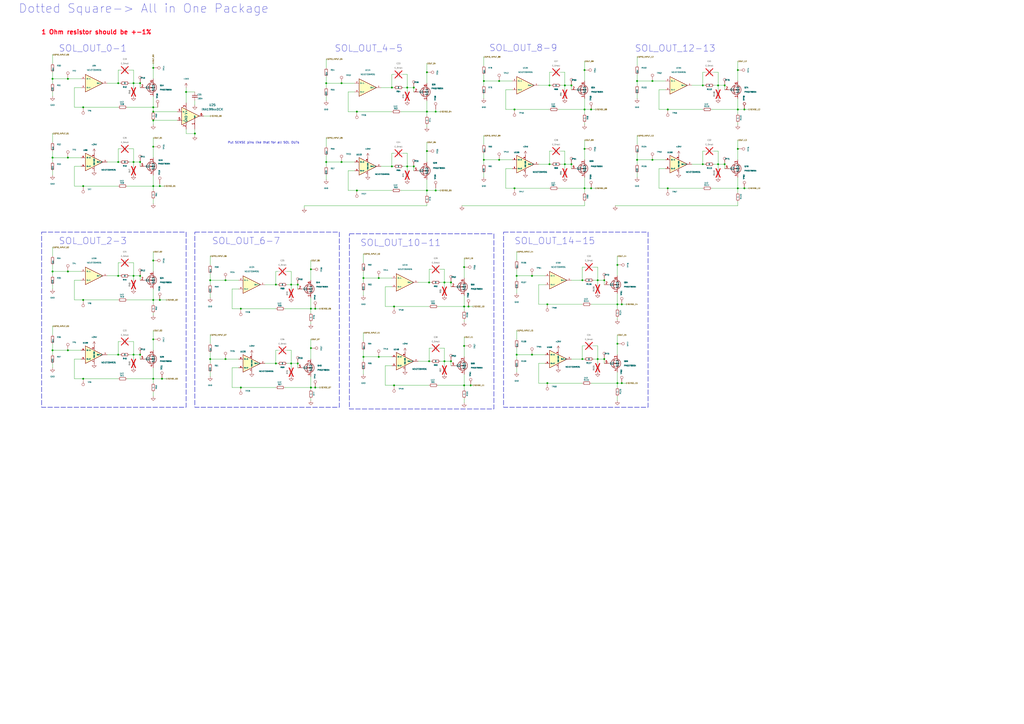
<source format=kicad_sch>
(kicad_sch (version 20250114) (generator "eeschema") (generator_version "9.0")
  (paper "A2")
  (rectangle (start 113.03 134.62) (end 196.85 236.22) (stroke (width 0.254) (type dash)))
  (rectangle (start 24.13 134.62) (end 107.95 236.22) (stroke (width 0.254) (type dash)))
  (rectangle (start 292.1 134.62) (end 375.92 236.22) (stroke (width 0.254) (type dash)))
  (rectangle (start 202.692 135.636) (end 286.512 237.236) (stroke (width 0.254) (type dash)))
  (text "SOL_OUT_12-13" (at 391.668 28.194 0) (effects (font (size 3.81 3.81))))
  (text "SOL_OUT_6-7" (at 142.748 139.954 0) (effects (font (size 3.81 3.81))))
  (text "Dotted Square-> All in One Package" (at 83.312 5.08 0) (effects (font (size 5.08 5.08))))
  (text "Put SENSE pins like that for all SOL OUTs" (at 152.908 82.804 0) (effects (font (size 1.27 1.27))))
  (text "SOL_OUT_10-11" (at 232.41 140.97 0) (effects (font (size 3.81 3.81))))
  (text "SOL_OUT_2-3" (at 53.848 139.954 0) (effects (font (size 3.81 3.81))))
  (text "SOL_OUT_14-15" (at 321.818 139.954 0) (effects (font (size 3.81 3.81))))
  (text "1 Ohm resistor should be +-1% \n\n" (at 56.896 20.828 0) (effects (font (size 2.54 2.54) (thickness 0.508) (bold yes))))
  (text "SOL_OUT_0-1" (at 53.848 28.194 0) (effects (font (size 3.81 3.81))))
  (text "SOL_OUT_4-5" (at 213.868 28.194 0) (effects (font (size 3.81 3.81))))
  (text "SOL_OUT_8-9" (at 303.53 27.94 0) (effects (font (size 3.81 3.81))))
  (junction (at 81.28 160.02))
  (junction (at 88.9 173.99))
  (junction (at 350.52 208.28))
  (junction (at 48.26 173.99))
  (junction (at 92.71 173.99))
  (junction (at 240.03 50.8))
  (junction (at 68.58 205.74))
  (junction (at 360.68 222.25))
  (junction (at 289.56 46.99))
  (junction (at 358.14 199.39))
  (junction (at 427.99 86.36))
  (junction (at 298.45 63.5))
  (junction (at 247.65 110.49))
  (junction (at 416.56 95.25))
  (junction (at 48.26 219.71))
  (junction (at 88.9 39.37))
  (junction (at 387.35 109.22))
  (junction (at 337.82 162.56))
  (junction (at 331.47 95.25))
  (junction (at 339.09 109.22))
  (junction (at 39.37 203.2))
  (junction (at 280.67 46.99))
  (junction (at 257.81 163.83))
  (junction (at 77.47 48.26))
  (junction (at 407.67 49.53))
  (junction (at 219.71 161.29))
  (junction (at 168.91 210.82))
  (junction (at 407.67 95.25))
  (junction (at 39.37 157.48))
  (junction (at 180.34 179.07))
  (junction (at 172.72 165.1))
  (junction (at 93.98 219.71))
  (junction (at 88.9 107.95))
  (junction (at 420.37 95.25))
  (junction (at 160.02 165.1))
  (junction (at 342.9 109.22))
  (junction (at 139.7 224.79))
  (junction (at 68.58 48.26))
  (junction (at 48.26 107.95))
  (junction (at 342.9 63.5))
  (junction (at 228.6 177.8))
  (junction (at 182.88 179.07))
  (junction (at 88.9 62.23))
  (junction (at 113.03 77.47))
  (junction (at 280.67 92.71))
  (junction (at 30.48 203.2))
  (junction (at 189.23 48.26))
  (junction (at 378.46 92.71))
  (junction (at 318.77 49.53))
  (junction (at 30.48 45.72))
  (junction (at 210.82 207.01))
  (junction (at 39.37 45.72))
  (junction (at 308.61 205.74))
  (junction (at 358.14 153.67))
  (junction (at 207.01 110.49))
  (junction (at 339.09 40.64))
  (junction (at 48.26 62.23))
  (junction (at 318.77 95.25))
  (junction (at 198.12 48.26))
  (junction (at 269.24 177.8))
  (junction (at 369.57 46.99))
  (junction (at 207.01 64.77))
  (junction (at 198.12 93.98))
  (junction (at 130.81 162.56))
  (junction (at 416.56 49.53))
  (junction (at 180.34 224.79))
  (junction (at 247.65 41.91))
  (junction (at 339.09 63.5))
  (junction (at 261.62 209.55))
  (junction (at 269.24 154.94))
  (junction (at 68.58 160.02))
  (junction (at 180.34 156.21))
  (junction (at 227.33 50.8))
  (junction (at 358.14 176.53))
  (junction (at 88.9 64.77))
  (junction (at 182.88 224.79))
  (junction (at 168.91 165.1))
  (junction (at 261.62 163.83))
  (junction (at 358.14 222.25))
  (junction (at 431.8 109.22))
  (junction (at 369.57 92.71))
  (junction (at 88.9 69.85))
  (junction (at 387.35 63.5))
  (junction (at 346.71 162.56))
  (junction (at 30.48 157.48))
  (junction (at 339.09 86.36))
  (junction (at 130.81 208.28))
  (junction (at 327.66 95.25))
  (junction (at 337.82 208.28))
  (junction (at 346.71 208.28))
  (junction (at 427.99 40.64))
  (junction (at 81.28 205.74))
  (junction (at 378.46 46.99))
  (junction (at 327.66 49.53))
  (junction (at 88.9 151.13))
  (junction (at 248.92 163.83))
  (junction (at 431.8 63.5))
  (junction (at 247.65 87.63))
  (junction (at 88.9 85.09))
  (junction (at 30.48 91.44))
  (junction (at 92.71 107.95))
  (junction (at 81.28 48.26))
  (junction (at 219.71 207.01))
  (junction (at 121.92 208.28))
  (junction (at 160.02 210.82))
  (junction (at 121.92 162.56))
  (junction (at 350.52 162.56))
  (junction (at 420.37 49.53))
  (junction (at 273.05 223.52))
  (junction (at 289.56 92.71))
  (junction (at 298.45 109.22))
  (junction (at 360.68 176.53))
  (junction (at 189.23 93.98))
  (junction (at 252.73 110.49))
  (junction (at 180.34 201.93))
  (junction (at 68.58 93.98))
  (junction (at 257.81 209.55))
  (junction (at 299.72 205.74))
  (junction (at 236.22 96.52))
  (junction (at 427.99 109.22))
  (junction (at 331.47 49.53))
  (junction (at 269.24 223.52))
  (junction (at 269.24 200.66))
  (junction (at 427.99 63.5))
  (junction (at 299.72 160.02))
  (junction (at 252.73 64.77))
  (junction (at 248.92 209.55))
  (junction (at 77.47 160.02))
  (junction (at 308.61 160.02))
  (junction (at 317.5 176.53))
  (junction (at 227.33 96.52))
  (junction (at 236.22 50.8))
  (junction (at 210.82 161.29))
  (junction (at 240.03 96.52))
  (junction (at 271.78 177.8))
  (junction (at 228.6 223.52))
  (junction (at 172.72 210.82))
  (junction (at 88.9 196.85))
  (junction (at 77.47 93.98))
  (junction (at 317.5 222.25))
  (junction (at 139.7 179.07))
  (junction (at 247.65 64.77))
  (junction (at 88.9 219.71))
  (junction (at 77.47 205.74))
  (junction (at 81.28 93.98))
  (junction (at 39.37 91.44))
  (junction (at 107.95 53.34))
  (wire (pts (xy 342.9 176.53) (xy 358.14 176.53)))
  (wire (pts (xy 107.95 77.47) (xy 113.03 77.47)))
  (wire (pts (xy 74.93 93.98) (xy 77.47 93.98)))
  (wire (pts (xy 407.67 49.53) (xy 408.94 49.53)))
  (wire (pts (xy 308.61 205.74) (xy 316.23 205.74)))
  (wire (pts (xy 88.9 196.85) (xy 88.9 203.2)))
  (wire (pts (xy 180.34 172.72) (xy 180.34 179.07)))
  (wire (pts (xy 165.1 224.79) (xy 180.34 224.79)))
  (wire (pts (xy 88.9 151.13) (xy 88.9 157.48)))
  (wire (pts (xy 43.18 219.71) (xy 48.26 219.71)))
  (wire (pts (xy 48.26 62.23) (xy 68.58 62.23)))
  (wire (pts (xy 427.99 57.15) (xy 427.99 63.5)))
  (wire (pts (xy 88.9 191.77) (xy 88.9 196.85)))
  (wire (pts (xy 201.93 99.06) (xy 201.93 110.49)))
  (wire (pts (xy 248.92 163.83) (xy 250.19 163.83)))
  (wire (pts (xy 77.47 48.26) (xy 77.47 50.8)))
  (wire (pts (xy 180.34 218.44) (xy 180.34 224.79)))
  (wire (pts (xy 247.65 82.55) (xy 247.65 87.63)))
  (wire (pts (xy 74.93 152.4) (xy 77.47 152.4)))
  (wire (pts (xy 107.95 53.34) (xy 113.03 53.34)))
  (wire (pts (xy 407.67 95.25) (xy 408.94 95.25)))
  (wire (pts (xy 73.66 62.23) (xy 88.9 62.23)))
  (wire (pts (xy 180.34 231.14) (xy 180.34 232.41)))
  (wire (pts (xy 92.71 173.99) (xy 88.9 173.99)))
  (wire (pts (xy 168.91 203.2) (xy 168.91 210.82)))
  (wire (pts (xy 207.01 64.77) (xy 227.33 64.77)))
  (wire (pts (xy 134.62 213.36) (xy 134.62 224.79)))
  (wire (pts (xy 339.09 81.28) (xy 339.09 86.36)))
  (wire (pts (xy 420.37 52.07) (xy 420.37 49.53)))
  (wire (pts (xy 252.73 110.49) (xy 255.27 110.49)))
  (wire (pts (xy 233.68 43.18) (xy 236.22 43.18)))
  (wire (pts (xy 81.28 162.56) (xy 81.28 160.02)))
  (wire (pts (xy 30.48 41.91) (xy 30.48 45.72)))
  (wire (pts (xy 113.03 74.93) (xy 113.03 77.47)))
  (wire (pts (xy 180.34 156.21) (xy 180.34 162.56)))
  (wire (pts (xy 299.72 146.05) (xy 299.72 151.13)))
  (wire (pts (xy 308.61 160.02) (xy 316.23 160.02)))
  (wire (pts (xy 219.71 161.29) (xy 227.33 161.29)))
  (wire (pts (xy 68.58 93.98) (xy 68.58 86.36)))
  (wire (pts (xy 312.42 95.25) (xy 318.77 95.25)))
  (wire (pts (xy 219.71 207.01) (xy 227.33 207.01)))
  (wire (pts (xy 220.98 50.8) (xy 227.33 50.8)))
  (wire (pts (xy 312.42 210.82) (xy 312.42 222.25)))
  (wire (pts (xy 387.35 63.5) (xy 407.67 63.5)))
  (wire (pts (xy 257.81 163.83) (xy 261.62 163.83)))
  (wire (pts (xy 168.91 165.1) (xy 168.91 167.64)))
  (wire (pts (xy 227.33 43.18) (xy 228.6 43.18)))
  (wire (pts (xy 280.67 92.71) (xy 289.56 92.71)))
  (wire (pts (xy 88.9 101.6) (xy 88.9 107.95)))
  (wire (pts (xy 331.47 52.07) (xy 331.47 49.53)))
  (wire (pts (xy 210.82 193.04) (xy 210.82 198.12)))
  (wire (pts (xy 342.9 222.25) (xy 358.14 222.25)))
  (wire (pts (xy 360.68 176.53) (xy 358.14 176.53)))
  (wire (pts (xy 77.47 205.74) (xy 77.47 208.28)))
  (wire (pts (xy 113.03 58.42) (xy 113.03 60.96)))
  (wire (pts (xy 247.65 41.91) (xy 247.65 48.26)))
  (wire (pts (xy 269.24 217.17) (xy 269.24 223.52)))
  (wire (pts (xy 39.37 157.48) (xy 46.99 157.48)))
  (wire (pts (xy 312.42 210.82) (xy 316.23 210.82)))
  (wire (pts (xy 201.93 53.34) (xy 201.93 64.77)))
  (wire (pts (xy 77.47 93.98) (xy 81.28 93.98)))
  (wire (pts (xy 30.48 91.44) (xy 39.37 91.44)))
  (wire (pts (xy 318.77 49.53) (xy 320.04 49.53)))
  (wire (pts (xy 30.48 31.75) (xy 30.48 36.83)))
  (wire (pts (xy 255.27 163.83) (xy 257.81 163.83)))
  (wire (pts (xy 43.18 208.28) (xy 43.18 219.71)))
  (wire (pts (xy 227.33 50.8) (xy 227.33 43.18)))
  (wire (pts (xy 39.37 45.72) (xy 46.99 45.72)))
  (wire (pts (xy 92.71 173.99) (xy 96.52 173.99)))
  (wire (pts (xy 30.48 87.63) (xy 30.48 91.44)))
  (wire (pts (xy 318.77 95.25) (xy 320.04 95.25)))
  (wire (pts (xy 48.26 107.95) (xy 68.58 107.95)))
  (wire (pts (xy 269.24 223.52) (xy 269.24 226.06)))
  (wire (pts (xy 43.18 96.52) (xy 46.99 96.52)))
  (wire (pts (xy 327.66 87.63) (xy 327.66 95.25)))
  (wire (pts (xy 189.23 55.88) (xy 189.23 58.42)))
  (wire (pts (xy 325.12 41.91) (xy 327.66 41.91)))
  (wire (pts (xy 252.73 64.77) (xy 247.65 64.77)))
  (wire (pts (xy 318.77 95.25) (xy 318.77 87.63)))
  (wire (pts (xy 160.02 165.1) (xy 160.02 157.48)))
  (wire (pts (xy 358.14 176.53) (xy 358.14 179.07)))
  (wire (pts (xy 134.62 179.07) (xy 139.7 179.07)))
  (wire (pts (xy 358.14 153.67) (xy 358.14 160.02)))
  (wire (pts (xy 233.68 88.9) (xy 236.22 88.9)))
  (wire (pts (xy 339.09 86.36) (xy 339.09 92.71)))
  (wire (pts (xy 427.99 102.87) (xy 427.99 109.22)))
  (wire (pts (xy 160.02 210.82) (xy 161.29 210.82)))
  (wire (pts (xy 431.8 63.5) (xy 427.99 63.5)))
  (wire (pts (xy 325.12 49.53) (xy 327.66 49.53)))
  (wire (pts (xy 339.09 63.5) (xy 342.9 63.5)))
  (wire (pts (xy 255.27 201.93) (xy 257.81 201.93)))
  (wire (pts (xy 68.58 198.12) (xy 69.85 198.12)))
  (wire (pts (xy 223.52 212.09) (xy 223.52 223.52)))
  (wire (pts (xy 344.17 200.66) (xy 346.71 200.66)))
  (wire (pts (xy 73.66 219.71) (xy 88.9 219.71)))
  (wire (pts (xy 298.45 63.5) (xy 318.77 63.5)))
  (wire (pts (xy 168.91 210.82) (xy 172.72 210.82)))
  (wire (pts (xy 168.91 165.1) (xy 172.72 165.1)))
  (wire (pts (xy 77.47 93.98) (xy 77.47 96.52)))
  (wire (pts (xy 339.09 57.15) (xy 339.09 63.5)))
  (wire (pts (xy 280.67 88.9) (xy 280.67 92.71)))
  (wire (pts (xy 312.42 176.53) (xy 317.5 176.53)))
  (wire (pts (xy 30.48 153.67) (xy 30.48 157.48)))
  (wire (pts (xy 346.71 162.56) (xy 346.71 165.1)))
  (wire (pts (xy 427.99 119.38) (xy 356.87 119.38)))
  (wire (pts (xy 166.37 157.48) (xy 168.91 157.48)))
  (wire (pts (xy 88.9 219.71) (xy 88.9 222.25)))
  (wire (pts (xy 431.8 63.5) (xy 434.34 63.5)))
  (wire (pts (xy 223.52 212.09) (xy 227.33 212.09)))
  (wire (pts (xy 189.23 90.17) (xy 189.23 93.98)))
  (wire (pts (xy 280.67 54.61) (xy 280.67 57.15)))
  (wire (pts (xy 88.9 69.85) (xy 88.9 72.39)))
  (wire (pts (xy 337.82 154.94) (xy 339.09 154.94)))
  (wire (pts (xy 180.34 179.07) (xy 180.34 181.61)))
  (wire (pts (xy 280.67 46.99) (xy 289.56 46.99)))
  (wire (pts (xy 160.02 165.1) (xy 161.29 165.1)))
  (wire (pts (xy 160.02 157.48) (xy 161.29 157.48)))
  (wire (pts (xy 247.65 104.14) (xy 247.65 110.49)))
  (wire (pts (xy 30.48 165.1) (xy 30.48 167.64)))
  (wire (pts (xy 254 177.8) (xy 269.24 177.8)))
  (wire (pts (xy 420.37 97.79) (xy 420.37 95.25)))
  (wire (pts (xy 172.72 167.64) (xy 172.72 165.1)))
  (wire (pts (xy 88.9 146.05) (xy 88.9 151.13)))
  (wire (pts (xy 180.34 196.85) (xy 180.34 201.93)))
  (wire (pts (xy 318.77 49.53) (xy 318.77 41.91)))
  (wire (pts (xy 88.9 181.61) (xy 88.9 182.88)))
  (wire (pts (xy 81.28 208.28) (xy 81.28 205.74)))
  (wire (pts (xy 88.9 173.99) (xy 88.9 176.53)))
  (wire (pts (xy 339.09 63.5) (xy 339.09 66.04)))
  (wire (pts (xy 280.67 46.99) (xy 280.67 49.53)))
  (wire (pts (xy 247.65 119.38) (xy 176.53 119.38)))
  (wire (pts (xy 261.62 166.37) (xy 261.62 163.83)))
  (wire (pts (xy 176.53 119.38) (xy 176.53 120.65)))
  (wire (pts (xy 369.57 54.61) (xy 369.57 57.15)))
  (wire (pts (xy 165.1 179.07) (xy 180.34 179.07)))
  (wire (pts (xy 323.85 109.22) (xy 339.09 109.22)))
  (wire (pts (xy 280.67 33.02) (xy 280.67 38.1)))
  (wire (pts (xy 293.37 97.79) (xy 293.37 109.22)))
  (wire (pts (xy 257.81 156.21) (xy 257.81 163.83)))
  (wire (pts (xy 427.99 40.64) (xy 427.99 46.99)))
  (wire (pts (xy 121.92 204.47) (xy 121.92 208.28)))
  (wire (pts (xy 77.47 160.02) (xy 77.47 162.56)))
  (wire (pts (xy 280.67 78.74) (xy 280.67 83.82)))
  (wire (pts (xy 153.67 210.82) (xy 160.02 210.82)))
  (wire (pts (xy 88.9 64.77) (xy 102.87 64.77)))
  (wire (pts (xy 358.14 215.9) (xy 358.14 222.25)))
  (wire (pts (xy 293.37 63.5) (xy 298.45 63.5)))
  (wire (pts (xy 30.48 203.2) (xy 39.37 203.2)))
  (wire (pts (xy 252.73 110.49) (xy 247.65 110.49)))
  (wire (pts (xy 130.81 208.28) (xy 138.43 208.28)))
  (wire (pts (xy 273.05 223.52) (xy 269.24 223.52)))
  (wire (pts (xy 139.7 179.07) (xy 160.02 179.07)))
  (wire (pts (xy 382.27 63.5) (xy 387.35 63.5)))
  (wire (pts (xy 134.62 167.64) (xy 138.43 167.64)))
  (wire (pts (xy 74.93 40.64) (xy 77.47 40.64)))
  (wire (pts (xy 317.5 222.25) (xy 337.82 222.25)))
  (wire (pts (xy 92.71 107.95) (xy 95.25 107.95)))
  (wire (pts (xy 236.22 50.8) (xy 240.03 50.8)))
  (wire (pts (xy 378.46 46.99) (xy 386.08 46.99)))
  (wire (pts (xy 327.66 95.25) (xy 331.47 95.25)))
  (wire (pts (xy 358.14 194.31) (xy 358.14 199.39)))
  (wire (pts (xy 382.27 52.07) (xy 386.08 52.07)))
  (wire (pts (xy 43.18 96.52) (xy 43.18 107.95)))
  (wire (pts (xy 337.82 162.56) (xy 337.82 154.94)))
  (wire (pts (xy 339.09 109.22) (xy 342.9 109.22)))
  (wire (pts (xy 412.75 63.5) (xy 427.99 63.5)))
  (wire (pts (xy 378.46 92.71) (xy 386.08 92.71)))
  (wire (pts (xy 344.17 154.94) (xy 346.71 154.94)))
  (wire (pts (xy 269.24 200.66) (xy 269.24 207.01)))
  (wire (pts (xy 358.14 184.15) (xy 358.14 185.42)))
  (wire (pts (xy 68.58 48.26) (xy 68.58 40.64)))
  (wire (pts (xy 247.65 72.39) (xy 247.65 73.66)))
  (wire (pts (xy 121.92 158.75) (xy 121.92 162.56)))
  (wire (pts (xy 401.32 95.25) (xy 407.67 95.25)))
  (wire (pts (xy 189.23 44.45) (xy 189.23 48.26)))
  (wire (pts (xy 153.67 165.1) (xy 160.02 165.1)))
  (wire (pts (xy 255.27 156.21) (xy 257.81 156.21)))
  (wire (pts (xy 339.09 116.84) (xy 339.09 119.38)))
  (wire (pts (xy 331.47 162.56) (xy 337.82 162.56)))
  (wire (pts (xy 317.5 176.53) (xy 337.82 176.53)))
  (wire (pts (xy 39.37 91.44) (xy 46.99 91.44)))
  (wire (pts (xy 416.56 87.63) (xy 416.56 95.25)))
  (wire (pts (xy 414.02 41.91) (xy 416.56 41.91)))
  (wire (pts (xy 342.9 109.22) (xy 345.44 109.22)))
  (wire (pts (xy 233.68 96.52) (xy 236.22 96.52)))
  (wire (pts (xy 30.48 45.72) (xy 30.48 48.26)))
  (wire (pts (xy 289.56 46.99) (xy 297.18 46.99)))
  (wire (pts (xy 210.82 207.01) (xy 210.82 209.55)))
  (wire (pts (xy 431.8 109.22) (xy 427.99 109.22)))
  (wire (pts (xy 88.9 227.33) (xy 88.9 229.87)))
  (wire (pts (xy 236.22 96.52) (xy 240.03 96.52)))
  (wire (pts (xy 43.18 173.99) (xy 48.26 173.99)))
  (wire (pts (xy 337.82 200.66) (xy 339.09 200.66)))
  (wire (pts (xy 121.92 215.9) (xy 121.92 218.44)))
  (wire (pts (xy 88.9 219.71) (xy 93.98 219.71)))
  (wire (pts (xy 337.82 162.56) (xy 339.09 162.56)))
  (wire (pts (xy 68.58 48.26) (xy 69.85 48.26)))
  (wire (pts (xy 62.23 48.26) (xy 68.58 48.26)))
  (wire (pts (xy 88.9 69.85) (xy 102.87 69.85)))
  (wire (pts (xy 30.48 77.47) (xy 30.48 82.55)))
  (wire (pts (xy 247.65 64.77) (xy 247.65 67.31)))
  (wire (pts (xy 236.22 88.9) (xy 236.22 96.52)))
  (wire (pts (xy 210.82 214.63) (xy 210.82 217.17)))
  (wire (pts (xy 88.9 107.95) (xy 88.9 110.49)))
  (wire (pts (xy 337.82 208.28) (xy 337.82 200.66)))
  (wire (pts (xy 346.71 154.94) (xy 346.71 162.56)))
  (wire (pts (xy 358.14 148.59) (xy 358.14 153.67)))
  (wire (pts (xy 198.12 48.26) (xy 205.74 48.26)))
  (wire (pts (xy 369.57 46.99) (xy 378.46 46.99)))
  (wire (pts (xy 107.95 50.8) (xy 107.95 53.34)))
  (wire (pts (xy 242.57 163.83) (xy 248.92 163.83)))
  (wire (pts (xy 293.37 97.79) (xy 297.18 97.79)))
  (wire (pts (xy 134.62 167.64) (xy 134.62 179.07)))
  (wire (pts (xy 30.48 157.48) (xy 30.48 160.02)))
  (wire (pts (xy 223.52 177.8) (xy 228.6 177.8)))
  (wire (pts (xy 271.78 177.8) (xy 274.32 177.8)))
  (wire (pts (xy 227.33 50.8) (xy 228.6 50.8)))
  (wire (pts (xy 427.99 71.12) (xy 427.99 72.39)))
  (wire (pts (xy 327.66 41.91) (xy 327.66 49.53)))
  (wire (pts (xy 269.24 195.58) (xy 269.24 200.66)))
  (wire (pts (xy 382.27 109.22) (xy 387.35 109.22)))
  (wire (pts (xy 43.18 208.28) (xy 46.99 208.28)))
  (wire (pts (xy 312.42 165.1) (xy 316.23 165.1)))
  (wire (pts (xy 92.71 106.68) (xy 92.71 107.95)))
  (wire (pts (xy 68.58 160.02) (xy 69.85 160.02)))
  (wire (pts (xy 427.99 63.5) (xy 427.99 66.04)))
  (wire (pts (xy 248.92 209.55) (xy 250.19 209.55)))
  (wire (pts (xy 180.34 201.93) (xy 180.34 208.28)))
  (wire (pts (xy 289.56 92.71) (xy 297.18 92.71)))
  (wire (pts (xy 73.66 173.99) (xy 88.9 173.99)))
  (wire (pts (xy 121.92 194.31) (xy 121.92 199.39)))
  (wire (pts (xy 48.26 173.99) (xy 68.58 173.99)))
  (wire (pts (xy 344.17 208.28) (xy 346.71 208.28)))
  (wire (pts (xy 166.37 165.1) (xy 168.91 165.1)))
  (wire (pts (xy 73.66 107.95) (xy 88.9 107.95)))
  (wire (pts (xy 339.09 109.22) (xy 339.09 111.76)))
  (wire (pts (xy 427.99 35.56) (xy 427.99 40.64)))
  (wire (pts (xy 43.18 50.8) (xy 46.99 50.8)))
  (wire (pts (xy 382.27 52.07) (xy 382.27 63.5)))
  (wire (pts (xy 427.99 86.36) (xy 427.99 92.71)))
  (wire (pts (xy 344.17 162.56) (xy 346.71 162.56)))
  (wire (pts (xy 189.23 93.98) (xy 198.12 93.98)))
  (wire (pts (xy 88.9 80.01) (xy 88.9 85.09)))
  (wire (pts (xy 189.23 48.26) (xy 189.23 50.8)))
  (wire (pts (xy 339.09 102.87) (xy 339.09 109.22)))
  (wire (pts (xy 236.22 50.8) (xy 236.22 53.34)))
  (wire (pts (xy 299.72 160.02) (xy 299.72 162.56)))
  (wire (pts (xy 252.73 109.22) (xy 252.73 110.49)))
  (wire (pts (xy 93.98 219.71) (xy 96.52 219.71)))
  (wire (pts (xy 121.92 208.28) (xy 121.92 210.82)))
  (wire (pts (xy 248.92 156.21) (xy 250.19 156.21)))
  (wire (pts (xy 77.47 86.36) (xy 77.47 93.98)))
  (wire (pts (xy 242.57 209.55) (xy 248.92 209.55)))
  (wire (pts (xy 43.18 162.56) (xy 43.18 173.99)))
  (wire (pts (xy 92.71 107.95) (xy 88.9 107.95)))
  (wire (pts (xy 81.28 50.8) (xy 81.28 48.26)))
  (wire (pts (xy 207.01 110.49) (xy 227.33 110.49)))
  (wire (pts (xy 416.56 95.25) (xy 420.37 95.25)))
  (wire (pts (xy 30.48 53.34) (xy 30.48 55.88)))
  (wire (pts (xy 180.34 151.13) (xy 180.34 156.21)))
  (wire (pts (xy 68.58 160.02) (xy 68.58 152.4)))
  (wire (pts (xy 261.62 212.09) (xy 261.62 209.55)))
  (wire (pts (xy 160.02 210.82) (xy 160.02 203.2)))
  (wire (pts (xy 198.12 93.98) (xy 205.74 93.98)))
  (wire (pts (xy 68.58 93.98) (xy 69.85 93.98)))
  (wire (pts (xy 189.23 80.01) (xy 189.23 85.09)))
  (wire (pts (xy 293.37 52.07) (xy 293.37 63.5)))
  (wire (pts (xy 210.82 207.01) (xy 219.71 207.01)))
  (wire (pts (xy 77.47 152.4) (xy 77.47 160.02)))
  (wire (pts (xy 74.93 198.12) (xy 77.47 198.12)))
  (wire (pts (xy 210.82 161.29) (xy 210.82 163.83)))
  (wire (pts (xy 346.71 208.28) (xy 346.71 210.82)))
  (wire (pts (xy 39.37 203.2) (xy 46.99 203.2)))
  (wire (pts (xy 77.47 40.64) (xy 77.47 48.26)))
  (wire (pts (xy 189.23 34.29) (xy 189.23 39.37)))
  (wire (pts (xy 180.34 224.79) (xy 180.34 226.06)))
  (wire (pts (xy 312.42 165.1) (xy 312.42 176.53)))
  (wire (pts (xy 407.67 87.63) (xy 408.94 87.63)))
  (wire (pts (xy 168.91 157.48) (xy 168.91 165.1)))
  (wire (pts (xy 88.9 62.23) (xy 91.44 62.23)))
  (wire (pts (xy 62.23 93.98) (xy 68.58 93.98)))
  (wire (pts (xy 360.68 222.25) (xy 363.22 222.25)))
  (wire (pts (xy 88.9 62.23) (xy 88.9 64.77)))
  (wire (pts (xy 30.48 203.2) (xy 30.48 205.74)))
  (wire (pts (xy 107.95 74.93) (xy 107.95 77.47)))
  (wire (pts (xy 189.23 101.6) (xy 189.23 104.14)))
  (wire (pts (xy 337.82 208.28) (xy 339.09 208.28)))
  (wire (pts (xy 293.37 109.22) (xy 298.45 109.22)))
  (wire (pts (xy 77.47 198.12) (xy 77.47 205.74)))
  (wire (pts (xy 48.26 219.71) (xy 68.58 219.71)))
  (wire (pts (xy 407.67 49.53) (xy 407.67 41.91)))
  (wire (pts (xy 43.18 50.8) (xy 43.18 62.23)))
  (wire (pts (xy 427.99 116.84) (xy 427.99 119.38)))
  (wire (pts (xy 107.95 53.34) (xy 107.95 59.69)))
  (wire (pts (xy 210.82 203.2) (xy 210.82 207.01)))
  (wire (pts (xy 74.93 160.02) (xy 77.47 160.02)))
  (wire (pts (xy 252.73 64.77) (xy 255.27 64.77)))
  (wire (pts (xy 350.52 165.1) (xy 350.52 162.56)))
  (wire (pts (xy 227.33 96.52) (xy 228.6 96.52)))
  (wire (pts (xy 299.72 213.36) (xy 299.72 215.9)))
  (wire (pts (xy 325.12 87.63) (xy 327.66 87.63)))
  (wire (pts (xy 210.82 168.91) (xy 210.82 171.45)))
  (wire (pts (xy 269.24 185.42) (xy 269.24 186.69)))
  (wire (pts (xy 182.88 224.79) (xy 185.42 224.79)))
  (wire (pts (xy 427.99 109.22) (xy 427.99 111.76)))
  (wire (pts (xy 269.24 154.94) (xy 269.24 161.29)))
  (wire (pts (xy 77.47 205.74) (xy 81.28 205.74)))
  (wire (pts (xy 269.24 177.8) (xy 269.24 180.34)))
  (wire (pts (xy 401.32 49.53) (xy 407.67 49.53)))
  (wire (pts (xy 339.09 119.38) (xy 267.97 119.38)))
  (wire (pts (xy 360.68 176.53) (xy 363.22 176.53)))
  (wire (pts (xy 369.57 33.02) (xy 369.57 38.1)))
  (wire (pts (xy 339.09 71.12) (xy 339.09 72.39)))
  (wire (pts (xy 88.9 39.37) (xy 88.9 45.72)))
  (wire (pts (xy 88.9 115.57) (xy 88.9 118.11)))
  (wire (pts (xy 331.47 97.79) (xy 331.47 95.25)))
  (wire (pts (xy 369.57 92.71) (xy 378.46 92.71)))
  (wire (pts (xy 358.14 199.39) (xy 358.14 205.74)))
  (wire (pts (xy 407.67 41.91) (xy 408.94 41.91)))
  (wire (pts (xy 74.93 48.26) (xy 77.47 48.26)))
  (wire (pts (xy 201.93 110.49) (xy 207.01 110.49)))
  (wire (pts (xy 416.56 41.91) (xy 416.56 49.53)))
  (wire (pts (xy 121.92 208.28) (xy 130.81 208.28)))
  (wire (pts (xy 232.41 64.77) (xy 247.65 64.77)))
  (wire (pts (xy 257.81 201.93) (xy 257.81 209.55)))
  (wire (pts (xy 134.62 224.79) (xy 139.7 224.79)))
  (wire (pts (xy 350.52 210.82) (xy 350.52 208.28)))
  (wire (pts (xy 232.41 110.49) (xy 247.65 110.49)))
  (wire (pts (xy 248.92 163.83) (xy 248.92 156.21)))
  (wire (pts (xy 223.52 166.37) (xy 227.33 166.37)))
  (wire (pts (xy 257.81 163.83) (xy 257.81 166.37)))
  (wire (pts (xy 62.23 160.02) (xy 68.58 160.02)))
  (wire (pts (xy 30.48 157.48) (xy 39.37 157.48)))
  (wire (pts (xy 223.52 223.52) (xy 228.6 223.52)))
  (wire (pts (xy 68.58 40.64) (xy 69.85 40.64)))
  (wire (pts (xy 210.82 157.48) (xy 210.82 161.29)))
  (wire (pts (xy 220.98 96.52) (xy 227.33 96.52)))
  (wire (pts (xy 43.18 62.23) (xy 48.26 62.23)))
  (wire (pts (xy 189.23 48.26) (xy 198.12 48.26)))
  (wire (pts (xy 342.9 63.5) (xy 345.44 63.5)))
  (wire (pts (xy 273.05 223.52) (xy 274.32 223.52)))
  (wire (pts (xy 271.78 177.8) (xy 269.24 177.8)))
  (wire (pts (xy 358.14 222.25) (xy 358.14 224.79)))
  (wire (pts (xy 298.45 109.22) (xy 318.77 109.22)))
  (wire (pts (xy 201.93 99.06) (xy 205.74 99.06)))
  (wire (pts (xy 62.23 205.74) (xy 68.58 205.74)))
  (wire (pts (xy 299.72 205.74) (xy 299.72 208.28)))
  (wire (pts (xy 299.72 160.02) (xy 308.61 160.02)))
  (wire (pts (xy 182.88 179.07) (xy 185.42 179.07)))
  (wire (pts (xy 247.65 58.42) (xy 247.65 64.77)))
  (wire (pts (xy 412.75 109.22) (xy 427.99 109.22)))
  (wire (pts (xy 240.03 53.34) (xy 240.03 50.8)))
  (wire (pts (xy 166.37 210.82) (xy 168.91 210.82)))
  (wire (pts (xy 30.48 189.23) (xy 30.48 194.31)))
  (wire (pts (xy 327.66 49.53) (xy 327.66 52.07)))
  (wire (pts (xy 339.09 40.64) (xy 339.09 46.99)))
  (wire (pts (xy 299.72 156.21) (xy 299.72 160.02)))
  (wire (pts (xy 88.9 36.83) (xy 88.9 39.37)))
  (wire (pts (xy 223.52 166.37) (xy 223.52 177.8)))
  (wire (pts (xy 180.34 186.69) (xy 180.34 187.96)))
  (wire (pts (xy 269.24 149.86) (xy 269.24 154.94)))
  (wire (pts (xy 416.56 95.25) (xy 416.56 97.79)))
  (wire (pts (xy 369.57 46.99) (xy 369.57 49.53)))
  (wire (pts (xy 339.09 35.56) (xy 339.09 40.64)))
  (wire (pts (xy 30.48 99.06) (xy 30.48 101.6)))
  (wire (pts (xy 318.77 41.91) (xy 320.04 41.91)))
  (wire (pts (xy 269.24 171.45) (xy 269.24 177.8)))
  (wire (pts (xy 121.92 148.59) (xy 121.92 153.67)))
  (wire (pts (xy 299.72 205.74) (xy 308.61 205.74)))
  (wire (pts (xy 416.56 49.53) (xy 416.56 52.07)))
  (wire (pts (xy 346.71 162.56) (xy 350.52 162.56)))
  (wire (pts (xy 201.93 53.34) (xy 205.74 53.34)))
  (wire (pts (xy 210.82 161.29) (xy 219.71 161.29)))
  (wire (pts (xy 416.56 49.53) (xy 420.37 49.53)))
  (wire (pts (xy 346.71 200.66) (xy 346.71 208.28)))
  (wire (pts (xy 369.57 100.33) (xy 369.57 102.87)))
  (wire (pts (xy 240.03 99.06) (xy 240.03 96.52)))
  (wire (pts (xy 247.65 110.49) (xy 247.65 113.03)))
  (wire (pts (xy 139.7 224.79) (xy 160.02 224.79)))
  (wire (pts (xy 168.91 210.82) (xy 168.91 213.36)))
  (wire (pts (xy 130.81 162.56) (xy 138.43 162.56)))
  (wire (pts (xy 369.57 43.18) (xy 369.57 46.99)))
  (wire (pts (xy 68.58 152.4) (xy 69.85 152.4)))
  (wire (pts (xy 427.99 81.28) (xy 427.99 86.36)))
  (wire (pts (xy 74.93 205.74) (xy 77.47 205.74)))
  (wire (pts (xy 280.67 92.71) (xy 280.67 95.25)))
  (wire (pts (xy 77.47 160.02) (xy 81.28 160.02)))
  (wire (pts (xy 113.03 77.47) (xy 113.03 78.74)))
  (wire (pts (xy 236.22 43.18) (xy 236.22 50.8)))
  (wire (pts (xy 248.92 209.55) (xy 248.92 201.93)))
  (wire (pts (xy 252.73 63.5) (xy 252.73 64.77)))
  (wire (pts (xy 346.71 208.28) (xy 350.52 208.28)))
  (wire (pts (xy 68.58 86.36) (xy 69.85 86.36)))
  (wire (pts (xy 369.57 78.74) (xy 369.57 83.82)))
  (wire (pts (xy 414.02 87.63) (xy 416.56 87.63)))
  (wire (pts (xy 247.65 118.11) (xy 247.65 119.38)))
  (wire (pts (xy 299.72 201.93) (xy 299.72 205.74)))
  (wire (pts (xy 382.27 97.79) (xy 382.27 109.22)))
  (wire (pts (xy 387.35 109.22) (xy 407.67 109.22)))
  (wire (pts (xy 369.57 88.9) (xy 369.57 92.71)))
  (wire (pts (xy 88.9 213.36) (xy 88.9 219.71)))
  (wire (pts (xy 233.68 50.8) (xy 236.22 50.8)))
  (wire (pts (xy 327.66 95.25) (xy 327.66 97.79)))
  (wire (pts (xy 182.88 179.07) (xy 180.34 179.07)))
  (wire (pts (xy 227.33 88.9) (xy 228.6 88.9)))
  (wire (pts (xy 248.92 201.93) (xy 250.19 201.93)))
  (wire (pts (xy 88.9 55.88) (xy 88.9 62.23)))
  (wire (pts (xy 228.6 223.52) (xy 248.92 223.52)))
  (wire (pts (xy 269.24 231.14) (xy 269.24 233.68)))
  (wire (pts (xy 43.18 107.95) (xy 48.26 107.95)))
  (wire (pts (xy 189.23 93.98) (xy 189.23 96.52)))
  (wire (pts (xy 228.6 177.8) (xy 248.92 177.8)))
  (wire (pts (xy 30.48 199.39) (xy 30.48 203.2)))
  (wire (pts (xy 325.12 95.25) (xy 327.66 95.25)))
  (wire (pts (xy 414.02 49.53) (xy 416.56 49.53)))
  (wire (pts (xy 236.22 96.52) (xy 236.22 99.06)))
  (wire (pts (xy 312.42 49.53) (xy 318.77 49.53)))
  (wire (pts (xy 407.67 95.25) (xy 407.67 87.63)))
  (wire (pts (xy 121.92 170.18) (xy 121.92 172.72)))
  (wire (pts (xy 257.81 209.55) (xy 257.81 212.09)))
  (wire (pts (xy 160.02 203.2) (xy 161.29 203.2)))
  (wire (pts (xy 327.66 49.53) (xy 331.47 49.53)))
  (wire (pts (xy 121.92 162.56) (xy 130.81 162.56)))
  (wire (pts (xy 88.9 167.64) (xy 88.9 173.99)))
  (wire (pts (xy 318.77 87.63) (xy 320.04 87.63)))
  (wire (pts (xy 43.18 162.56) (xy 46.99 162.56)))
  (wire (pts (xy 414.02 95.25) (xy 416.56 95.25)))
  (wire (pts (xy 30.48 91.44) (xy 30.48 93.98)))
  (wire (pts (xy 369.57 92.71) (xy 369.57 95.25)))
  (wire (pts (xy 201.93 64.77) (xy 207.01 64.77)))
  (wire (pts (xy 134.62 213.36) (xy 138.43 213.36)))
  (wire (pts (xy 360.68 222.25) (xy 358.14 222.25)))
  (wire (pts (xy 331.47 208.28) (xy 337.82 208.28)))
  (wire (pts (xy 30.48 143.51) (xy 30.48 148.59)))
  (wire (pts (xy 247.65 36.83) (xy 247.65 41.91)))
  (wire (pts (xy 210.82 147.32) (xy 210.82 152.4)))
  (wire (pts (xy 255.27 209.55) (xy 257.81 209.55)))
  (wire (pts (xy 118.11 67.31) (xy 121.92 67.31)))
  (wire (pts (xy 358.14 229.87) (xy 358.14 232.41)))
  (wire (pts (xy 280.67 43.18) (xy 280.67 46.99)))
  (wire (pts (xy 166.37 203.2) (xy 168.91 203.2)))
  (wire (pts (xy 358.14 170.18) (xy 358.14 176.53)))
  (wire (pts (xy 182.88 224.79) (xy 180.34 224.79)))
  (wire (pts (xy 293.37 52.07) (xy 297.18 52.07)))
  (wire (pts (xy 257.81 209.55) (xy 261.62 209.55)))
  (wire (pts (xy 68.58 205.74) (xy 68.58 198.12)))
  (wire (pts (xy 227.33 96.52) (xy 227.33 88.9)))
  (wire (pts (xy 280.67 100.33) (xy 280.67 102.87)))
  (wire (pts (xy 299.72 191.77) (xy 299.72 196.85)))
  (wire (pts (xy 299.72 167.64) (xy 299.72 170.18)))
  (wire (pts (xy 323.85 63.5) (xy 339.09 63.5)))
  (wire (pts (xy 30.48 210.82) (xy 30.48 213.36)))
  (wire (pts (xy 121.92 162.56) (xy 121.92 165.1)))
  (wire (pts (xy 247.65 87.63) (xy 247.65 93.98)))
  (wire (pts (xy 172.72 213.36) (xy 172.72 210.82)))
  (wire (pts (xy 88.9 85.09) (xy 88.9 91.44)))
  (wire (pts (xy 254 223.52) (xy 269.24 223.52)))
  (wire (pts (xy 431.8 109.22) (xy 434.34 109.22)))
  (wire (pts (xy 312.42 222.25) (xy 317.5 222.25)))
  (wire (pts (xy 74.93 86.36) (xy 77.47 86.36)))
  (wire (pts (xy 68.58 205.74) (xy 69.85 205.74)))
  (wire (pts (xy 81.28 96.52) (xy 81.28 93.98)))
  (wire (pts (xy 382.27 97.79) (xy 386.08 97.79)))
  (wire (pts (xy 30.48 45.72) (xy 39.37 45.72)))
  (wire (pts (xy 77.47 48.26) (xy 81.28 48.26)))
  (hierarchical_label "OUT_12" (shape input) (at 427.99 35.56 0) (effects (font (size 0.762 0.762))))
  (hierarchical_label "OUT_08" (shape input) (at 339.09 35.56 0) (effects (font (size 0.762 0.762))))
  (hierarchical_label "GPIO_INPUT_10" (shape input) (at 210.82 147.32 0) (effects (font (size 0.762 0.762))))
  (hierarchical_label "OUT_06" (shape input) (at 180.34 151.13 0) (effects (font (size 0.762 0.762))))
  (hierarchical_label "GPIO_INPUT_15" (shape input) (at 299.72 191.77 0) (effects (font (size 0.762 0.762))))
  (hierarchical_label "GPIO_INPUT_00" (shape input) (at 30.48 31.75 0) (effects (font (size 0.762 0.762))))
  (hierarchical_label "OUT_00" (shape output) (at 88.9 36.83 90) (effects (font (size 0.762 0.762))))
  (hierarchical_label "SENSE_09" (shape output) (at 345.44 109.22 0) (effects (font (size 0.762 0.762))))
  (hierarchical_label "OUT_01" (shape input) (at 88.9 80.01 0) (effects (font (size 0.762 0.762))))
  (hierarchical_label "GPIO_INPUT_13" (shape input) (at 369.57 78.74 0) (effects (font (size 0.762 0.762))))
  (hierarchical_label "SENSE_07" (shape output) (at 185.42 224.79 0) (effects (font (size 0.762 0.762))))
  (hierarchical_label "OUT_07" (shape input) (at 180.34 196.85 0) (effects (font (size 0.762 0.762))))
  (hierarchical_label "OUT_14" (shape input) (at 358.14 148.59 0) (effects (font (size 0.762 0.762))))
  (hierarchical_label "SENSE_01" (shape output) (at 95.25 107.95 0) (effects (font (size 0.762 0.762))))
  (hierarchical_label "OUT_11" (shape input) (at 269.24 195.58 0) (effects (font (size 0.762 0.762))))
  (hierarchical_label "GPIO_INPUT_11" (shape input) (at 210.82 193.04 0) (effects (font (size 0.762 0.762))))
  (hierarchical_label "GPIO_INPUT_07" (shape input) (at 121.92 194.31 0) (effects (font (size 0.762 0.762))))
  (hierarchical_label "GPIO_INPUT_09" (shape input) (at 280.67 78.74 0) (effects (font (size 0.762 0.762))))
  (hierarchical_label "SENSE_15" (shape output) (at 363.22 222.25 0) (effects (font (size 0.762 0.762))))
  (hierarchical_label "GPIO_INPUT_03" (shape input) (at 30.48 189.23 0) (effects (font (size 0.762 0.762))))
  (hierarchical_label "SENSE_03" (shape output) (at 96.52 219.71 0) (effects (font (size 0.762 0.762))))
  (hierarchical_label "GPIO_INPUT_12" (shape input) (at 369.57 33.02 0) (effects (font (size 0.762 0.762))))
  (hierarchical_label "GPIO_INPUT_14" (shape input) (at 299.72 146.05 0) (effects (font (size 0.762 0.762))))
  (hierarchical_label "GPIO_INPUT_08" (shape input) (at 280.67 33.02 0) (effects (font (size 0.762 0.762))))
  (hierarchical_label "OUT_10" (shape input) (at 269.24 149.86 0) (effects (font (size 0.762 0.762))))
  (hierarchical_label "OUT_15" (shape input) (at 358.14 194.31 0) (effects (font (size 0.762 0.762))))
  (hierarchical_label "SENSE_14" (shape output) (at 363.22 176.53 0) (effects (font (size 0.762 0.762))))
  (hierarchical_label "GPIO_INPUT_05" (shape input) (at 189.23 80.01 0) (effects (font (size 0.762 0.762))))
  (hierarchical_label "OUT_09" (shape input) (at 339.09 81.28 0) (effects (font (size 0.762 0.762))))
  (hierarchical_label "OUT_03" (shape input) (at 88.9 191.77 0) (effects (font (size 0.762 0.762))))
  (hierarchical_label "OUT_04" (shape input) (at 247.65 36.83 0) (effects (font (size 0.762 0.762))))
  (hierarchical_label "OUT_05" (shape input) (at 247.65 82.55 0) (effects (font (size 0.762 0.762))))
  (hierarchical_label "GPIO_INPUT_06" (shape input) (at 121.92 148.59 0) (effects (font (size 0.762 0.762))))
  (hierarchical_label "SENSE_05" (shape output) (at 255.27 110.49 0) (effects (font (size 0.762 0.762))))
  (hierarchical_label "OUT_13" (shape input) (at 427.99 81.28 0) (effects (font (size 0.762 0.762))))
  (hierarchical_label "SENSE_06" (shape output) (at 185.42 179.07 0) (effects (font (size 0.762 0.762))))
  (hierarchical_label "SENSE_00" (shape output) (at 121.92 67.31 0) (effects (font (size 0.762 0.762))))
  (hierarchical_label "GPIO_INPUT_02" (shape input) (at 30.48 143.51 0) (effects (font (size 0.762 0.762))))
  (hierarchical_label "GPIO_INPUT_01" (shape input) (at 30.48 77.47 0) (effects (font (size 0.762 0.762))))
  (hierarchical_label "GPIO_INPUT_04" (shape input) (at 189.23 34.29 0) (effects (font (size 0.762 0.762))))
  (hierarchical_label "SENSE_04" (shape output) (at 255.27 64.77 0) (effects (font (size 0.762 0.762))))
  (hierarchical_label "SENSE_13" (shape output) (at 434.34 109.22 0) (effects (font (size 0.762 0.762))))
  (hierarchical_label "SENSE_08" (shape output) (at 345.44 63.5 0) (effects (font (size 0.762 0.762))))
  (hierarchical_label "SENSE_12" (shape output) (at 434.34 63.5 0) (effects (font (size 0.762 0.762))))
  (hierarchical_label "SENSE_11" (shape output) (at 274.32 223.52 0) (effects (font (size 0.762 0.762))))
  (hierarchical_label "OUT_02" (shape input) (at 88.9 146.05 0) (effects (font (size 0.762 0.762))))
  (hierarchical_label "SENSE_10" (shape output) (at 274.32 177.8 0) (effects (font (size 0.762 0.762))))
  (hierarchical_label "SENSE_02" (shape output) (at 96.52 173.99 0) (effects (font (size 0.762 0.762))))
  (symbol (lib_id "Device:R_Small") (at 236.22 55.88 180) (unit 1) (dnp yes)
    (property "Reference" "R70" (at 233.934 55.88 90) (effects (font (size 0.762 0.762))))
    (property "Value" "1" (at 236.22 55.88 90) (effects (font (size 0.762 0.762))))
    (property "Footprint" "Resistor_SMD:R_0603_1608Metric" (effects (hide yes)))
    (property "Description" "Resistor, small symbol" (effects (hide yes)))
  )
  (symbol (lib_id "Device:R_Small") (at 189.23 41.91 0) (unit 1)
    (property "Reference" "R54" (at 191.77 40.6399 0) (effects (font (size 0.762 0.762)) (justify left)))
    (property "Value" "30K" (at 189.484 43.942 90) (effects (font (size 0.762 0.762)) (justify left)))
    (property "Footprint" "Resistor_SMD:R_0603_1608Metric" (effects (hide yes)))
    (property "Description" "Resistor, small symbol" (effects (hide yes)))
  )
  (symbol (lib_id "Connector:TestPoint") (at 39.37 157.48 0) (unit 1)
    (property "Reference" "TP4" (at 41.91 152.9079 0) (effects (font (size 0.762 0.762)) (justify left)))
    (property "Value" "TestPoint" (effects (hide yes)))
    (property "Footprint" "TestPoint:TestPoint_Pad_2.0x2.0mm" (effects (hide yes)))
    (property "Description" "test point" (effects (hide yes)))
  )
  (symbol (lib_id "Device:R_Small") (at 72.39 160.02 270) (unit 1)
    (property "Reference" "R44" (at 72.39 162.306 90) (effects (font (size 0.762 0.762))))
    (property "Value" "0" (at 72.39 160.02 90) (effects (font (size 0.762 0.762))))
    (property "Footprint" "Resistor_SMD:R_0603_1608Metric" (effects (hide yes)))
    (property "Description" "Resistor, small symbol" (effects (hide yes)))
  )
  (symbol (lib_id "Connector:TestPoint") (at 182.88 224.79 0) (unit 1)
    (property "Reference" "TP41" (at 182.626 219.71 90) (effects (font (size 0.762 0.762)) (justify left)))
    (property "Value" "TestPoint" (effects (hide yes)))
    (property "Footprint" "TestPoint:TestPoint_Pad_2.0x2.0mm" (effects (hide yes)))
    (property "Description" "test point" (effects (hide yes)))
  )
  (symbol (lib_id "Device:R_Small") (at 210.82 154.94 0) (unit 1)
    (property "Reference" "R82" (at 213.36 153.6699 0) (effects (font (size 0.762 0.762)) (justify left)))
    (property "Value" "30K" (at 211.074 156.972 90) (effects (font (size 0.762 0.762)) (justify left)))
    (property "Footprint" "Resistor_SMD:R_0603_1608Metric" (effects (hide yes)))
    (property "Description" "Resistor, small symbol" (effects (hide yes)))
  )
  (symbol (lib_id "Connector:TestPoint") (at 172.72 210.82 0) (unit 1)
    (property "Reference" "TP33" (at 172.72 207.772 0) (effects (font (size 0.762 0.762)) (justify left)))
    (property "Value" "TestPoint" (effects (hide yes)))
    (property "Footprint" "TestPoint:TestPoint_Pad_2.0x2.0mm" (effects (hide yes)))
    (property "Description" "test point" (effects (hide yes)))
  )
  (symbol (lib_id "Connector:TestPoint") (at 387.35 63.5 180) (unit 1)
    (property "Reference" "TP66" (at 389.89 65.5319 0) (effects (font (size 0.762 0.762)) (justify right)))
    (property "Value" "TestPoint" (effects (hide yes)))
    (property "Footprint" "TestPoint:TestPoint_Pad_2.0x2.0mm" (effects (hide yes)))
    (property "Description" "test point" (effects (hide yes)))
  )
  (symbol (lib_id "Device:R_Small") (at 168.91 170.18 180) (unit 1) (dnp yes)
    (property "Reference" "R72" (at 166.624 170.18 90) (effects (font (size 0.762 0.762))))
    (property "Value" "1" (at 168.91 170.18 90) (effects (font (size 0.762 0.762))))
    (property "Footprint" "Resistor_SMD:R_0603_1608Metric" (effects (hide yes)))
    (property "Description" "Resistor, small symbol" (effects (hide yes)))
  )
  (symbol (lib_id "Connector:TestPoint") (at 247.65 41.91 270) (unit 1)
    (property "Reference" "TP34" (at 253.746 40.64 0) (effects (font (size 0.762 0.762)) (justify left)))
    (property "Value" "TestPoint" (effects (hide yes)))
    (property "Footprint" "TestPoint:TestPoint_Pad_2.0x2.0mm" (effects (hide yes)))
    (property "Description" "test point" (effects (hide yes)))
  )
  (symbol (lib_id "Connector:TestPoint") (at 198.12 93.98 0) (unit 1)
    (property "Reference" "TP23" (at 200.66 89.4079 0) (effects (font (size 0.762 0.762)) (justify left)))
    (property "Value" "TestPoint" (effects (hide yes)))
    (property "Footprint" "TestPoint:TestPoint_Pad_2.0x2.0mm" (effects (hide yes)))
    (property "Description" "test point" (effects (hide yes)))
  )
  (symbol (lib_id "Connector:TestPoint") (at 88.9 151.13 270) (unit 1)
    (property "Reference" "TP16" (at 94.996 149.86 0) (effects (font (size 0.762 0.762)) (justify left)))
    (property "Value" "TestPoint" (effects (hide yes)))
    (property "Footprint" "TestPoint:TestPoint_Pad_2.0x2.0mm" (effects (hide yes)))
    (property "Description" "test point" (effects (hide yes)))
  )
  (symbol (lib_id "power:+24V") (at 234.95 204.47 0) (unit 1)
    (property "Reference" "#PWR099" (effects (hide yes)))
    (property "Value" "+24V" (at 234.95 199.39 0) (effects (font (size 0.762 0.762))))
    (property "Description" "Power symbol creates a global label with name \"+24V\"" (effects (hide yes)))
  )
  (symbol (lib_id "Device:R_Small") (at 252.73 163.83 270) (unit 1)
    (property "Reference" "R92" (at 252.73 166.116 90) (effects (font (size 0.762 0.762))))
    (property "Value" "0" (at 252.73 163.83 90) (effects (font (size 0.762 0.762))))
    (property "Footprint" "Resistor_SMD:R_0603_1608Metric" (effects (hide yes)))
    (property "Description" "Resistor, small symbol" (effects (hide yes)))
  )
  (symbol (lib_id "Device:R_Small") (at 410.21 109.22 90) (unit 1)
    (property "Reference" "R111" (at 409.956 107.442 90) (effects (font (size 0.762 0.762))))
    (property "Value" "1K2" (at 409.702 106.172 90) (effects (font (size 0.762 0.762))))
    (property "Footprint" "Resistor_SMD:R_0603_1608Metric" (effects (hide yes)))
    (property "Description" "Resistor, small symbol" (effects (hide yes)))
  )
  (symbol (lib_id "Connector:TestPoint") (at 228.6 223.52 180) (unit 1)
    (property "Reference" "TP49" (at 231.14 225.5519 0) (effects (font (size 0.762 0.762)) (justify right)))
    (property "Value" "TestPoint" (effects (hide yes)))
    (property "Footprint" "TestPoint:TestPoint_Pad_2.0x2.0mm" (effects (hide yes)))
    (property "Description" "test point" (effects (hide yes)))
  )
  (symbol (lib_id "Project_Symbols:2N-Channel_MOSFET") (at 356.87 165.1 0) (unit 1)
    (property "Reference" "Q8" (at 361.95 163.8299 0) (effects (font (size 0.762 0.762)) (justify left)))
    (property "Value" "PMGD780SN" (at 361.95 166.3699 0) (effects (font (size 0.762 0.762)) (justify left)))
    (property "Footprint" "project_footprints:PMGD780SN" (effects (hide yes)))
    (property "Datasheet" "https://assets.nexperia.com/documents/data-sheet/PMGD780SN.pdf" (effects (hide yes)))
  )
  (symbol (lib_id "power:GND") (at 88.9 118.11 0) (unit 1)
    (property "Reference" "#PWR074" (effects (hide yes)))
    (property "Value" "GND" (effects (hide yes)))
    (property "Description" "Power symbol creates a global label with name \"GND\" , ground" (effects (hide yes)))
  )
  (symbol (lib_id "Device:R_Small") (at 299.72 210.82 0) (unit 1)
    (property "Reference" "R109" (at 302.26 209.5499 0) (effects (font (size 0.762 0.762)) (justify left)))
    (property "Value" "500" (at 299.72 212.852 90) (effects (font (size 0.762 0.762)) (justify left)))
    (property "Footprint" "Resistor_SMD:R_0603_1608Metric" (effects (hide yes)))
    (property "Description" "Resistor, small symbol" (effects (hide yes)))
  )
  (symbol (lib_id "Device:C_Small") (at 163.83 157.48 90) (unit 1) (dnp yes)
    (property "Reference" "C25" (at 163.8363 151.13 90) (effects (font (size 0.762 0.762))))
    (property "Value" "C_Small" (at 163.8363 153.67 90) (effects (font (size 0.762 0.762))))
    (property "Footprint" "Capacitor_SMD:C_0603_1608Metric" (effects (hide yes)))
    (property "Description" "Unpolarized capacitor, small symbol" (effects (hide yes)))
  )
  (symbol (lib_id "Project_Symbols:OpAmp_NCV272") (at 318.77 205.74 0) (unit 2)
    (property "Reference" "U16" (at 318.77 201.422 0) (effects (font (size 0.762 0.762))))
    (property "Value" "NCV272DMR2G" (at 332.232 212.852 0) (effects (font (size 0.762 0.762))))
    (property "Footprint" "Package_SO:MSOP-8_3x3mm_P0.65mm" (effects (hide yes)))
    (property "Datasheet" "IC OPAMP GP 2 CIRCUIT 8MSOP" (effects (hide yes)))
    (property "Description" "CMOS Amplifier 1 Circuit Rail-to-Rail SOT-25" (effects (hide yes)))
    (property "Digikey Link" "https://www.digikey.com/en/products/detail/onsemi/NCV272DMR2G/13145345" (effects (hide yes)))
  )
  (symbol (lib_id "Project_Symbols:OpAmp_NCV272") (at 140.97 162.56 0) (unit 1)
    (property "Reference" "U12" (at 146.05 154.94 0) (effects (font (size 0.762 0.762))))
    (property "Value" "NCV272DMR2G" (at 146.05 157.48 0) (effects (font (size 0.762 0.762))))
    (property "Footprint" "Package_SO:MSOP-8_3x3mm_P0.65mm" (effects (hide yes)))
    (property "Datasheet" "IC OPAMP GP 2 CIRCUIT 8MSOP" (effects (hide yes)))
    (property "Description" "CMOS Amplifier 1 Circuit Rail-to-Rail SOT-25" (effects (hide yes)))
    (property "Digikey Link" "https://www.digikey.com/en/products/detail/onsemi/NCV272DMR2G/13145345" (effects (hide yes)))
  )
  (symbol (lib_id "power:GND") (at 234.95 214.63 0) (unit 1)
    (property "Reference" "#PWR0100" (effects (hide yes)))
    (property "Value" "GND" (effects (hide yes)))
    (property "Description" "Power symbol creates a global label with name \"GND\" , ground" (effects (hide yes)))
  )
  (symbol (lib_id "power:GND") (at 323.85 213.36 0) (unit 1)
    (property "Reference" "#PWR0116" (effects (hide yes)))
    (property "Value" "GND" (effects (hide yes)))
    (property "Description" "Power symbol creates a global label with name \"GND\" , ground" (effects (hide yes)))
  )
  (symbol (lib_id "Project_Symbols:OpAmp_NCV272") (at 140.97 208.28 0) (unit 2)
    (property "Reference" "U12" (at 140.97 203.962 0) (effects (font (size 0.762 0.762))))
    (property "Value" "NCV272DMR2G" (at 154.432 215.392 0) (effects (font (size 0.762 0.762))))
    (property "Footprint" "Package_SO:MSOP-8_3x3mm_P0.65mm" (effects (hide yes)))
    (property "Datasheet" "IC OPAMP GP 2 CIRCUIT 8MSOP" (effects (hide yes)))
    (property "Description" "CMOS Amplifier 1 Circuit Rail-to-Rail SOT-25" (effects (hide yes)))
    (property "Digikey Link" "https://www.digikey.com/en/products/detail/onsemi/NCV272DMR2G/13145345" (effects (hide yes)))
  )
  (symbol (lib_id "Device:C_Small") (at 231.14 88.9 90) (unit 1) (dnp yes)
    (property "Reference" "C24" (at 231.1463 82.55 90) (effects (font (size 0.762 0.762))))
    (property "Value" "C_Small" (at 231.1463 85.09 90) (effects (font (size 0.762 0.762))))
    (property "Footprint" "Capacitor_SMD:C_0603_1608Metric" (effects (hide yes)))
    (property "Description" "Unpolarized capacitor, small symbol" (effects (hide yes)))
  )
  (symbol (lib_id "Project_Symbols:OpAmp_NCV272") (at 299.72 92.71 0) (unit 2)
    (property "Reference" "U13" (at 299.72 88.392 0) (effects (font (size 0.762 0.762))))
    (property "Value" "NCV272DMR2G" (at 313.182 99.822 0) (effects (font (size 0.762 0.762))))
    (property "Footprint" "Package_SO:MSOP-8_3x3mm_P0.65mm" (effects (hide yes)))
    (property "Datasheet" "IC OPAMP GP 2 CIRCUIT 8MSOP" (effects (hide yes)))
    (property "Description" "CMOS Amplifier 1 Circuit Rail-to-Rail SOT-25" (effects (hide yes)))
    (property "Digikey Link" "https://www.digikey.com/en/products/detail/onsemi/NCV272DMR2G/13145345" (effects (hide yes)))
  )
  (symbol (lib_id "Device:R_Small") (at 168.91 215.9 180) (unit 1) (dnp yes)
    (property "Reference" "R73" (at 166.624 215.9 90) (effects (font (size 0.762 0.762))))
    (property "Value" "1" (at 168.91 215.9 90) (effects (font (size 0.762 0.762))))
    (property "Footprint" "Resistor_SMD:R_0603_1608Metric" (effects (hide yes)))
    (property "Description" "Resistor, small symbol" (effects (hide yes)))
  )
  (symbol (lib_id "power:+24V") (at 304.8 90.17 0) (unit 1)
    (property "Reference" "#PWR097" (effects (hide yes)))
    (property "Value" "+24V" (at 304.8 85.09 0) (effects (font (size 0.762 0.762))))
    (property "Description" "Power symbol creates a global label with name \"+24V\"" (effects (hide yes)))
  )
  (symbol (lib_id "power:+24V") (at 146.05 205.74 0) (unit 1)
    (property "Reference" "#PWR083" (effects (hide yes)))
    (property "Value" "+24V" (at 146.05 200.66 0) (effects (font (size 0.762 0.762))))
    (property "Description" "Power symbol creates a global label with name \"+24V\"" (effects (hide yes)))
  )
  (symbol (lib_id "power:GND") (at 54.61 99.06 0) (unit 1)
    (property "Reference" "#PWR066" (effects (hide yes)))
    (property "Value" "GND" (effects (hide yes)))
    (property "Description" "Power symbol creates a global label with name \"GND\" , ground" (effects (hide yes)))
  )
  (symbol (lib_id "Connector:TestPoint") (at 207.01 64.77 180) (unit 1)
    (property "Reference" "TP26" (at 209.55 66.8019 0) (effects (font (size 0.762 0.762)) (justify right)))
    (property "Value" "TestPoint" (effects (hide yes)))
    (property "Footprint" "TestPoint:TestPoint_Pad_2.0x2.0mm" (effects (hide yes)))
    (property "Description" "test point" (effects (hide yes)))
  )
  (symbol (lib_id "Device:C_Small") (at 72.39 198.12 90) (unit 1) (dnp yes)
    (property "Reference" "C22" (at 72.3963 191.77 90) (effects (font (size 0.762 0.762))))
    (property "Value" "C_Small" (at 72.3963 194.31 90) (effects (font (size 0.762 0.762))))
    (property "Footprint" "Capacitor_SMD:C_0603_1608Metric" (effects (hide yes)))
    (property "Description" "Unpolarized capacitor, small symbol" (effects (hide yes)))
  )
  (symbol (lib_id "power:+24V") (at 323.85 203.2 0) (unit 1)
    (property "Reference" "#PWR0115" (effects (hide yes)))
    (property "Value" "+24V" (at 323.85 198.12 0) (effects (font (size 0.762 0.762))))
    (property "Description" "Power symbol creates a global label with name \"+24V\"" (effects (hide yes)))
  )
  (symbol (lib_id "Device:R_Small") (at 72.39 93.98 270) (unit 1)
    (property "Reference" "R43" (at 72.39 96.266 90) (effects (font (size 0.762 0.762))))
    (property "Value" "0" (at 72.39 93.98 90) (effects (font (size 0.762 0.762))))
    (property "Footprint" "Resistor_SMD:R_0603_1608Metric" (effects (hide yes)))
    (property "Description" "Resistor, small symbol" (effects (hide yes)))
  )
  (symbol (lib_id "Device:R_Small") (at 163.83 165.1 270) (unit 1)
    (property "Reference" "R68" (at 163.83 167.386 90) (effects (font (size 0.762 0.762))))
    (property "Value" "0" (at 163.83 165.1 90) (effects (font (size 0.762 0.762))))
    (property "Footprint" "Resistor_SMD:R_0603_1608Metric" (effects (hide yes)))
    (property "Description" "Resistor, small symbol" (effects (hide yes)))
  )
  (symbol (lib_id "Connector:TestPoint") (at 252.73 63.5 0) (unit 1)
    (property "Reference" "TP38" (at 252.476 58.42 90) (effects (font (size 0.762 0.762)) (justify left)))
    (property "Value" "TestPoint" (effects (hide yes)))
    (property "Footprint" "TestPoint:TestPoint_Pad_2.0x2.0mm" (effects (hide yes)))
    (property "Description" "test point" (effects (hide yes)))
  )
  (symbol (lib_id "power:GND") (at 247.65 73.66 0) (unit 1)
    (property "Reference" "#PWR089" (effects (hide yes)))
    (property "Value" "GND" (effects (hide yes)))
    (property "Description" "Power symbol creates a global label with name \"GND\" , ground" (effects (hide yes)))
  )
  (symbol (lib_id "Project_Symbols:2N-Channel_MOSFET") (at 356.87 210.82 0) (unit 2)
    (property "Reference" "Q8" (at 361.95 209.5499 0) (effects (font (size 0.762 0.762)) (justify left)))
    (property "Value" "PMGD780SN" (at 361.95 212.0899 0) (effects (font (size 0.762 0.762)) (justify left)))
    (property "Footprint" "project_footprints:PMGD780SN" (effects (hide yes)))
    (property "Datasheet" "https://assets.nexperia.com/documents/data-sheet/PMGD780SN.pdf" (effects (hide yes)))
  )
  (symbol (lib_id "Device:C_Small") (at 252.73 156.21 90) (unit 1) (dnp yes)
    (property "Reference" "C29" (at 252.7363 149.86 90) (effects (font (size 0.762 0.762))))
    (property "Value" "C_Small" (at 252.7363 152.4 90) (effects (font (size 0.762 0.762))))
    (property "Footprint" "Capacitor_SMD:C_0603_1608Metric" (effects (hide yes)))
    (property "Description" "Unpolarized capacitor, small symbol" (effects (hide yes)))
  )
  (symbol (lib_id "Connector:TestPoint") (at 198.12 48.26 0) (unit 1)
    (property "Reference" "TP22" (at 200.66 43.6879 0) (effects (font (size 0.762 0.762)) (justify left)))
    (property "Value" "TestPoint" (effects (hide yes)))
    (property "Footprint" "TestPoint:TestPoint_Pad_2.0x2.0mm" (effects (hide yes)))
    (property "Description" "test point" (effects (hide yes)))
  )
  (symbol (lib_id "Connector:TestPoint") (at 358.14 199.39 270) (unit 1)
    (property "Reference" "TP77" (at 364.236 198.12 0) (effects (font (size 0.762 0.762)) (justify left)))
    (property "Value" "TestPoint" (effects (hide yes)))
    (property "Footprint" "TestPoint:TestPoint_Pad_2.0x2.0mm" (effects (hide yes)))
    (property "Description" "test point" (effects (hide yes)))
  )
  (symbol (lib_id "Device:R_Small") (at 189.23 99.06 0) (unit 1)
    (property "Reference" "R57" (at 191.77 97.7899 0) (effects (font (size 0.762 0.762)) (justify left)))
    (property "Value" "500" (at 189.23 101.092 90) (effects (font (size 0.762 0.762)) (justify left)))
    (property "Footprint" "Resistor_SMD:R_0603_1608Metric" (effects (hide yes)))
    (property "Description" "Resistor, small symbol" (effects (hide yes)))
  )
  (symbol (lib_id "Connector:TestPoint") (at 339.09 86.36 270) (unit 1)
    (property "Reference" "TP55" (at 345.186 85.09 0) (effects (font (size 0.762 0.762)) (justify left)))
    (property "Value" "TestPoint" (effects (hide yes)))
    (property "Footprint" "TestPoint:TestPoint_Pad_2.0x2.0mm" (effects (hide yes)))
    (property "Description" "test point" (effects (hide yes)))
  )
  (symbol (lib_id "Device:R_Small") (at 210.82 166.37 0) (unit 1)
    (property "Reference" "R83" (at 213.36 165.0999 0) (effects (font (size 0.762 0.762)) (justify left)))
    (property "Value" "500" (at 210.82 168.402 90) (effects (font (size 0.762 0.762)) (justify left)))
    (property "Footprint" "Resistor_SMD:R_0603_1608Metric" (effects (hide yes)))
    (property "Description" "Resistor, small symbol" (effects (hide yes)))
  )
  (symbol (lib_id "Connector:TestPoint") (at 228.6 177.8 180) (unit 1)
    (property "Reference" "TP48" (at 231.14 179.8319 0) (effects (font (size 0.762 0.762)) (justify right)))
    (property "Value" "TestPoint" (effects (hide yes)))
    (property "Footprint" "TestPoint:TestPoint_Pad_2.0x2.0mm" (effects (hide yes)))
    (property "Description" "test point" (effects (hide yes)))
  )
  (symbol (lib_id "Device:C_Small") (at 231.14 43.18 90) (unit 1) (dnp yes)
    (property "Reference" "C23" (at 231.1463 36.83 90) (effects (font (size 0.762 0.762))))
    (property "Value" "C_Small" (at 231.1463 39.37 90) (effects (font (size 0.762 0.762))))
    (property "Footprint" "Capacitor_SMD:C_0603_1608Metric" (effects (hide yes)))
    (property "Description" "Unpolarized capacitor, small symbol" (effects (hide yes)))
  )
  (symbol (lib_id "Connector:TestPoint") (at 139.7 179.07 180) (unit 1)
    (property "Reference" "TP28" (at 142.24 181.1019 0) (effects (font (size 0.762 0.762)) (justify right)))
    (property "Value" "TestPoint" (effects (hide yes)))
    (property "Footprint" "TestPoint:TestPoint_Pad_2.0x2.0mm" (effects (hide yes)))
    (property "Description" "test point" (effects (hide yes)))
  )
  (symbol (lib_id "Device:R_Small") (at 30.48 39.37 0) (unit 1)
    (property "Reference" "R30" (at 33.02 38.0999 0) (effects (font (size 0.762 0.762)) (justify left)))
    (property "Value" "30K" (at 30.734 41.402 90) (effects (font (size 0.762 0.762)) (justify left)))
    (property "Footprint" "Resistor_SMD:R_0603_1608Metric" (effects (hide yes)))
    (property "Description" "Resistor, small symbol" (effects (hide yes)))
  )
  (symbol (lib_id "Connector:TestPoint") (at 350.52 162.56 0) (unit 1)
    (property "Reference" "TP72" (at 350.52 159.512 0) (effects (font (size 0.762 0.762)) (justify left)))
    (property "Value" "TestPoint" (effects (hide yes)))
    (property "Footprint" "TestPoint:TestPoint_Pad_2.0x2.0mm" (effects (hide yes)))
    (property "Description" "test point" (effects (hide yes)))
  )
  (symbol (lib_id "Project_Symbols:2N-Channel_MOSFET") (at 179.07 167.64 0) (unit 1)
    (property "Reference" "Q4" (at 183.388 163.83 0) (effects (font (size 0.762 0.762)) (justify left)))
    (property "Value" "PMGD780SN" (at 183.388 166.37 0) (effects (font (size 0.762 0.762)) (justify left)))
    (property "Footprint" "project_footprints:PMGD780SN" (effects (hide yes)))
    (property "Datasheet" "https://assets.nexperia.com/documents/data-sheet/PMGD780SN.pdf" (effects (hide yes)))
  )
  (symbol (lib_id "Connector:TestPoint") (at 269.24 154.94 270) (unit 1)
    (property "Reference" "TP56" (at 275.336 153.67 0) (effects (font (size 0.762 0.762)) (justify left)))
    (property "Value" "TestPoint" (effects (hide yes)))
    (property "Footprint" "TestPoint:TestPoint_Pad_2.0x2.0mm" (effects (hide yes)))
    (property "Description" "test point" (effects (hide yes)))
  )
  (symbol (lib_id "Connector:TestPoint") (at 339.09 40.64 270) (unit 1)
    (property "Reference" "TP54" (at 345.186 39.37 0) (effects (font (size 0.762 0.762)) (justify left)))
    (property "Value" "TestPoint" (effects (hide yes)))
    (property "Footprint" "TestPoint:TestPoint_Pad_2.0x2.0mm" (effects (hide yes)))
    (property "Description" "test point" (effects (hide yes)))
  )
  (symbol (lib_id "Project_Symbols:2N-Channel_MOSFET") (at 246.38 99.06 0) (unit 2)
    (property "Reference" "Q3" (at 251.206 94.488 0) (effects (font (size 0.762 0.762)) (justify left)))
    (property "Value" "PMGD780SN" (at 251.206 97.536 0) (effects (font (size 0.762 0.762)) (justify left)))
    (property "Footprint" "project_footprints:PMGD780SN" (effects (hide yes)))
    (property "Datasheet" "https://assets.nexperia.com/documents/data-sheet/PMGD780SN.pdf" (effects (hide yes)))
  )
  (symbol (lib_id "Connector:TestPoint") (at 219.71 207.01 0) (unit 1)
    (property "Reference" "TP45" (at 222.25 202.4379 0) (effects (font (size 0.762 0.762)) (justify left)))
    (property "Value" "TestPoint" (effects (hide yes)))
    (property "Footprint" "TestPoint:TestPoint_Pad_2.0x2.0mm" (effects (hide yes)))
    (property "Description" "test point" (effects (hide yes)))
  )
  (symbol (lib_id "Project_Symbols:OpAmp_NCV272") (at 49.53 203.2 0) (unit 2)
    (property "Reference" "U10" (at 49.53 198.882 0) (effects (font (size 0.762 0.762))))
    (property "Value" "NCV272DMR2G" (at 62.992 210.312 0) (effects (font (size 0.762 0.762))))
    (property "Footprint" "Package_SO:MSOP-8_3x3mm_P0.65mm" (effects (hide yes)))
    (property "Datasheet" "IC OPAMP GP 2 CIRCUIT 8MSOP" (effects (hide yes)))
    (property "Description" "CMOS Amplifier 1 Circuit Rail-to-Rail SOT-25" (effects (hide yes)))
    (property "Digikey Link" "https://www.digikey.com/en/products/detail/onsemi/NCV272DMR2G/13145345" (effects (hide yes)))
  )
  (symbol (lib_id "Device:R_Small") (at 210.82 212.09 0) (unit 1)
    (property "Reference" "R85" (at 213.36 210.8199 0) (effects (font (size 0.762 0.762)) (justify left)))
    (property "Value" "500" (at 210.82 214.122 90) (effects (font (size 0.762 0.762)) (justify left)))
    (property "Footprint" "Resistor_SMD:R_0603_1608Metric" (effects (hide yes)))
    (property "Description" "Resistor, small symbol" (effects (hide yes)))
  )
  (symbol (lib_id "power:GND") (at 30.48 167.64 0) (unit 1)
    (property "Reference" "#PWR063" (effects (hide yes)))
    (property "Value" "GND" (at 30.48 172.72 0) (effects (font (size 0.762 0.762))))
    (property "Description" "Power symbol creates a global label with name \"GND\" , ground" (effects (hide yes)))
  )
  (symbol (lib_id "Device:R_Small") (at 236.22 101.6 180) (unit 1) (dnp yes)
    (property "Reference" "R71" (at 233.934 101.6 90) (effects (font (size 0.762 0.762))))
    (property "Value" "1" (at 236.22 101.6 90) (effects (font (size 0.762 0.762))))
    (property "Footprint" "Resistor_SMD:R_0603_1608Metric" (effects (hide yes)))
    (property "Description" "Resistor, small symbol" (effects (hide yes)))
  )
  (symbol (lib_id "Connector:TestPoint") (at 88.9 85.09 270) (unit 1)
    (property "Reference" "TP15" (at 94.996 83.82 0) (effects (font (size 0.762 0.762)) (justify left)))
    (property "Value" "TestPoint" (effects (hide yes)))
    (property "Footprint" "TestPoint:TestPoint_Pad_2.0x2.0mm" (effects (hide yes)))
    (property "Description" "test point" (effects (hide yes)))
  )
  (symbol (lib_id "Connector:TestPoint") (at 81.28 48.26 0) (unit 1)
    (property "Reference" "TP10" (at 81.28 45.212 0) (effects (font (size 0.762 0.762)) (justify left)))
    (property "Value" "TestPoint" (effects (hide yes)))
    (property "Footprint" "TestPoint:TestPoint_Pad_2.0x2.0mm" (effects (hide yes)))
    (property "Description" "test point" (effects (hide yes)))
  )
  (symbol (lib_id "Device:R_Small") (at 71.12 219.71 90) (unit 1)
    (property "Reference" "R41" (at 70.866 217.932 90) (effects (font (size 0.762 0.762))))
    (property "Value" "1K2" (at 70.612 216.662 90) (effects (font (size 0.762 0.762))))
    (property "Footprint" "Resistor_SMD:R_0603_1608Metric" (effects (hide yes)))
    (property "Description" "Resistor, small symbol" (effects (hide yes)))
  )
  (symbol (lib_id "Device:R_Small") (at 346.71 167.64 180) (unit 1) (dnp yes)
    (property "Reference" "R120" (at 344.424 167.64 90) (effects (font (size 0.762 0.762))))
    (property "Value" "1" (at 346.71 167.64 90) (effects (font (size 0.762 0.762))))
    (property "Footprint" "Resistor_SMD:R_0603_1608Metric" (effects (hide yes)))
    (property "Description" "Resistor, small symbol" (effects (hide yes)))
  )
  (symbol (lib_id "Device:R_Small") (at 247.65 115.57 180) (unit 1)
    (property "Reference" "R75" (at 249.428 115.316 90) (effects (font (size 0.762 0.762))))
    (property "Value" "1" (at 247.65 115.57 90) (effects (font (size 0.762 0.762))))
    (property "Footprint" "Resistor_SMD:R_0603_1608Metric" (effects (hide yes)))
    (property "Description" "Resistor, small symbol" (effects (hide yes)))
  )
  (symbol (lib_id "power:GND") (at 393.7 100.33 0) (unit 1)
    (property "Reference" "#PWR0114" (effects (hide yes)))
    (property "Value" "GND" (effects (hide yes)))
    (property "Description" "Power symbol creates a global label with name \"GND\" , ground" (effects (hide yes)))
  )
  (symbol (lib_id "power:GND") (at 236.22 58.42 0) (unit 1)
    (property "Reference" "#PWR085" (effects (hide yes)))
    (property "Value" "GND" (effects (hide yes)))
    (property "Description" "Power symbol creates a global label with name \"GND\" , ground" (effects (hide yes)))
  )
  (symbol (lib_id "Device:R_Small") (at 346.71 213.36 180) (unit 1) (dnp yes)
    (property "Reference" "R121" (at 344.424 213.36 90) (effects (font (size 0.762 0.762))))
    (property "Value" "1" (at 346.71 213.36 90) (effects (font (size 0.762 0.762))))
    (property "Footprint" "Resistor_SMD:R_0603_1608Metric" (effects (hide yes)))
    (property "Description" "Resistor, small symbol" (effects (hide yes)))
  )
  (symbol (lib_id "Project_Symbols:2N-Channel_MOSFET") (at 426.72 52.07 0) (unit 1)
    (property "Reference" "Q7" (at 431.8 50.7999 0) (effects (font (size 0.762 0.762)) (justify left)))
    (property "Value" "PMGD780SN" (at 431.8 53.3399 0) (effects (font (size 0.762 0.762)) (justify left)))
    (property "Footprint" "project_footprints:PMGD780SN" (effects (hide yes)))
    (property "Datasheet" "https://assets.nexperia.com/documents/data-sheet/PMGD780SN.pdf" (effects (hide yes)))
  )
  (symbol (lib_id "Device:R_Small") (at 280.67 52.07 0) (unit 1)
    (property "Reference" "R79" (at 283.21 50.7999 0) (effects (font (size 0.762 0.762)) (justify left)))
    (property "Value" "500" (at 280.67 54.102 90) (effects (font (size 0.762 0.762)) (justify left)))
    (property "Footprint" "Resistor_SMD:R_0603_1608Metric" (effects (hide yes)))
    (property "Description" "Resistor, small symbol" (effects (hide yes)))
  )
  (symbol (lib_id "Device:R_Small") (at 121.92 167.64 0) (unit 1)
    (property "Reference" "R59" (at 124.46 166.3699 0) (effects (font (size 0.762 0.762)) (justify left)))
    (property "Value" "500" (at 121.92 169.672 90) (effects (font (size 0.762 0.762)) (justify left)))
    (property "Footprint" "Resistor_SMD:R_0603_1608Metric" (effects (hide yes)))
    (property "Description" "Resistor, small symbol" (effects (hide yes)))
  )
  (symbol (lib_id "Connector:TestPoint") (at 81.28 205.74 0) (unit 1)
    (property "Reference" "TP13" (at 81.28 202.692 0) (effects (font (size 0.762 0.762)) (justify left)))
    (property "Value" "TestPoint" (effects (hide yes)))
    (property "Footprint" "TestPoint:TestPoint_Pad_2.0x2.0mm" (effects (hide yes)))
    (property "Description" "test point" (effects (hide yes)))
  )
  (symbol (lib_id "Connector:TestPoint") (at 92.71 173.99 0) (unit 1)
    (property "Reference" "TP20" (at 92.456 168.91 90) (effects (font (size 0.762 0.762)) (justify left)))
    (property "Value" "TestPoint" (effects (hide yes)))
    (property "Footprint" "TestPoint:TestPoint_Pad_2.0x2.0mm" (effects (hide yes)))
    (property "Description" "test point" (effects (hide yes)))
  )
  (symbol (lib_id "Device:R_Small") (at 280.67 40.64 0) (unit 1)
    (property "Reference" "R78" (at 283.21 39.3699 0) (effects (font (size 0.762 0.762)) (justify left)))
    (property "Value" "30K" (at 280.924 42.672 90) (effects (font (size 0.762 0.762)) (justify left)))
    (property "Footprint" "Resistor_SMD:R_0603_1608Metric" (effects (hide yes)))
    (property "Description" "Resistor, small symbol" (effects (hide yes)))
  )
  (symbol (lib_id "Connector:TestPoint") (at 387.35 109.22 180) (unit 1)
    (property "Reference" "TP67" (at 389.89 111.2519 0) (effects (font (size 0.762 0.762)) (justify right)))
    (property "Value" "TestPoint" (effects (hide yes)))
    (property "Footprint" "TestPoint:TestPoint_Pad_2.0x2.0mm" (effects (hide yes)))
    (property "Description" "test point" (effects (hide yes)))
  )
  (symbol (lib_id "Device:R_Small") (at 251.46 177.8 90) (unit 1)
    (property "Reference" "R90" (at 251.206 176.022 90) (effects (font (size 0.762 0.762))))
    (property "Value" "1K2" (at 250.952 174.752 90) (effects (font (size 0.762 0.762))))
    (property "Footprint" "Resistor_SMD:R_0603_1608Metric" (effects (hide yes)))
    (property "Description" "Resistor, small symbol" (effects (hide yes)))
  )
  (symbol (lib_id "Project_Symbols:OpAmp_NCV272") (at 318.77 160.02 0) (unit 1)
    (property "Reference" "U16" (at 323.85 152.4 0) (effects (font (size 0.762 0.762))))
    (property "Value" "NCV272DMR2G" (at 323.85 154.94 0) (effects (font (size 0.762 0.762))))
    (property "Footprint" "Package_SO:MSOP-8_3x3mm_P0.65mm" (effects (hide yes)))
    (property "Datasheet" "IC OPAMP GP 2 CIRCUIT 8MSOP" (effects (hide yes)))
    (property "Description" "CMOS Amplifier 1 Circuit Rail-to-Rail SOT-25" (effects (hide yes)))
    (property "Digikey Link" "https://www.digikey.com/en/products/detail/onsemi/NCV272DMR2G/13145345" (effects (hide yes)))
  )
  (symbol (lib_id "power:GND") (at 327.66 57.15 0) (unit 1)
    (property "Reference" "#PWR0101" (effects (hide yes)))
    (property "Value" "GND" (effects (hide yes)))
    (property "Description" "Power symbol creates a global label with name \"GND\" , ground" (effects (hide yes)))
  )
  (symbol (lib_id "power:GND") (at 88.9 229.87 0) (unit 1)
    (property "Reference" "#PWR076" (effects (hide yes)))
    (property "Value" "GND" (effects (hide yes)))
    (property "Description" "Power symbol creates a global label with name \"GND\" , ground" (effects (hide yes)))
  )
  (symbol (lib_id "power:GND") (at 54.61 210.82 0) (unit 1)
    (property "Reference" "#PWR068" (effects (hide yes)))
    (property "Value" "GND" (effects (hide yes)))
    (property "Description" "Power symbol creates a global label with name \"GND\" , ground" (effects (hide yes)))
  )
  (symbol (lib_id "Project_Symbols:OpAmp_NCV272") (at 208.28 93.98 0) (unit 2)
    (property "Reference" "U11" (at 208.28 89.662 0) (effects (font (size 0.762 0.762))))
    (property "Value" "NCV272DMR2G" (at 221.742 101.092 0) (effects (font (size 0.762 0.762))))
    (property "Footprint" "Package_SO:MSOP-8_3x3mm_P0.65mm" (effects (hide yes)))
    (property "Datasheet" "IC OPAMP GP 2 CIRCUIT 8MSOP" (effects (hide yes)))
    (property "Description" "CMOS Amplifier 1 Circuit Rail-to-Rail SOT-25" (effects (hide yes)))
    (property "Digikey Link" "https://www.digikey.com/en/products/detail/onsemi/NCV272DMR2G/13145345" (effects (hide yes)))
  )
  (symbol (lib_id "power:GND") (at 210.82 217.17 0) (unit 1)
    (property "Reference" "#PWR096" (effects (hide yes)))
    (property "Value" "GND" (at 210.82 222.25 0) (effects (font (size 0.762 0.762))))
    (property "Description" "Power symbol creates a global label with name \"GND\" , ground" (effects (hide yes)))
  )
  (symbol (lib_id "Connector:TestPoint") (at 298.45 63.5 180) (unit 1)
    (property "Reference" "TP46" (at 300.99 65.5319 0) (effects (font (size 0.762 0.762)) (justify right)))
    (property "Value" "TestPoint" (effects (hide yes)))
    (property "Footprint" "TestPoint:TestPoint_Pad_2.0x2.0mm" (effects (hide yes)))
    (property "Description" "test point" (effects (hide yes)))
  )
  (symbol (lib_id "power:GND") (at 346.71 215.9 0) (unit 1)
    (property "Reference" "#PWR0120" (effects (hide yes)))
    (property "Value" "GND" (effects (hide yes)))
    (property "Description" "Power symbol creates a global label with name \"GND\" , ground" (effects (hide yes)))
  )
  (symbol (lib_id "power:GND") (at 189.23 58.42 0) (unit 1)
    (property "Reference" "#PWR077" (effects (hide yes)))
    (property "Value" "GND" (at 189.23 63.5 0) (effects (font (size 0.762 0.762))))
    (property "Description" "Power symbol creates a global label with name \"GND\" , ground" (effects (hide yes)))
  )
  (symbol (lib_id "Device:R_Small") (at 299.72 165.1 0) (unit 1)
    (property "Reference" "R107" (at 302.26 163.8299 0) (effects (font (size 0.762 0.762)) (justify left)))
    (property "Value" "500" (at 299.72 167.132 90) (effects (font (size 0.762 0.762)) (justify left)))
    (property "Footprint" "Resistor_SMD:R_0603_1608Metric" (effects (hide yes)))
    (property "Description" "Resistor, small symbol" (effects (hide yes)))
  )
  (symbol (lib_id "Connector:TestPoint") (at 331.47 95.25 0) (unit 1)
    (property "Reference" "TP51" (at 331.47 92.202 0) (effects (font (size 0.762 0.762)) (justify left)))
    (property "Value" "TestPoint" (effects (hide yes)))
    (property "Footprint" "TestPoint:TestPoint_Pad_2.0x2.0mm" (effects (hide yes)))
    (property "Description" "test point" (effects (hide yes)))
  )
  (symbol (lib_id "Device:R_Small") (at 71.12 107.95 90) (unit 1)
    (property "Reference" "R39" (at 70.866 106.172 90) (effects (font (size 0.762 0.762))))
    (property "Value" "1K2" (at 70.612 104.902 90) (effects (font (size 0.762 0.762))))
    (property "Footprint" "Resistor_SMD:R_0603_1608Metric" (effects (hide yes)))
    (property "Description" "Resistor, small symbol" (effects (hide yes)))
  )
  (symbol (lib_id "power:GND") (at 346.71 170.18 0) (unit 1)
    (property "Reference" "#PWR0119" (effects (hide yes)))
    (property "Value" "GND" (effects (hide yes)))
    (property "Description" "Power symbol creates a global label with name \"GND\" , ground" (effects (hide yes)))
  )
  (symbol (lib_id "power:GND") (at 427.99 72.39 0) (unit 1)
    (property "Reference" "#PWR0121" (effects (hide yes)))
    (property "Value" "GND" (effects (hide yes)))
    (property "Description" "Power symbol creates a global label with name \"GND\" , ground" (effects (hide yes)))
  )
  (symbol (lib_id "Device:R_Small") (at 88.9 224.79 180) (unit 1)
    (property "Reference" "R53" (at 90.678 224.536 90) (effects (font (size 0.762 0.762))))
    (property "Value" "1" (at 88.9 224.79 90) (effects (font (size 0.762 0.762))))
    (property "Footprint" "Resistor_SMD:R_0603_1608Metric" (effects (hide yes)))
    (property "Description" "Resistor, small symbol" (effects (hide yes)))
  )
  (symbol (lib_id "Device:R_Small") (at 369.57 40.64 0) (unit 1)
    (property "Reference" "R102" (at 372.11 39.3699 0) (effects (font (size 0.762 0.762)) (justify left)))
    (property "Value" "30K" (at 369.824 42.672 90) (effects (font (size 0.762 0.762)) (justify left)))
    (property "Footprint" "Resistor_SMD:R_0603_1608Metric" (effects (hide yes)))
    (property "Description" "Resistor, small symbol" (effects (hide yes)))
  )
  (symbol (lib_id "Connector:TestPoint") (at 289.56 46.99 0) (unit 1)
    (property "Reference" "TP42" (at 292.1 42.4179 0) (effects (font (size 0.762 0.762)) (justify left)))
    (property "Value" "TestPoint" (effects (hide yes)))
    (property "Footprint" "TestPoint:TestPoint_Pad_2.0x2.0mm" (effects (hide yes)))
    (property "Description" "test point" (effects (hide yes)))
  )
  (symbol (lib_id "Device:R_Small") (at 162.56 179.07 90) (unit 1)
    (property "Reference" "R66" (at 162.306 177.292 90) (effects (font (size 0.762 0.762))))
    (property "Value" "1K2" (at 162.052 176.022 90) (effects (font (size 0.762 0.762))))
    (property "Footprint" "Resistor_SMD:R_0603_1608Metric" (effects (hide yes)))
    (property "Description" "Resistor, small symbol" (effects (hide yes)))
  )
  (symbol (lib_id "Connector:TestPoint") (at 298.45 109.22 180) (unit 1)
    (property "Reference" "TP47" (at 300.99 111.2519 0) (effects (font (size 0.762 0.762)) (justify right)))
    (property "Value" "TestPoint" (effects (hide yes)))
    (property "Footprint" "TestPoint:TestPoint_Pad_2.0x2.0mm" (effects (hide yes)))
    (property "Description" "test point" (effects (hide yes)))
  )
  (symbol (lib_id "power:GND") (at 356.87 119.38 0) (unit 1)
    (property "Reference" "#PWR0122" (effects (hide yes)))
    (property "Value" "GND" (effects (hide yes)))
    (property "Description" "Power symbol creates a global label with name \"GND\" , ground" (effects (hide yes)))
  )
  (symbol (lib_id "Device:C_Small") (at 411.48 41.91 90) (unit 1) (dnp yes)
    (property "Reference" "C31" (at 411.4863 35.56 90) (effects (font (size 0.762 0.762))))
    (property "Value" "C_Small" (at 411.4863 38.1 90) (effects (font (size 0.762 0.762))))
    (property "Footprint" "Capacitor_SMD:C_0603_1608Metric" (effects (hide yes)))
    (property "Description" "Unpolarized capacitor, small symbol" (effects (hide yes)))
  )
  (symbol (lib_id "Device:R_Small") (at 229.87 64.77 90) (unit 1)
    (property "Reference" "R62" (at 229.616 62.992 90) (effects (font (size 0.762 0.762))))
    (property "Value" "1K2" (at 229.362 61.722 90) (effects (font (size 0.762 0.762))))
    (property "Footprint" "Resistor_SMD:R_0603_1608Metric" (effects (hide yes)))
    (property "Description" "Resistor, small symbol" (effects (hide yes)))
  )
  (symbol (lib_id "Device:C_Small") (at 163.83 203.2 90) (unit 1) (dnp yes)
    (property "Reference" "C26" (at 163.8363 196.85 90) (effects (font (size 0.762 0.762))))
    (property "Value" "C_Small" (at 163.8363 199.39 90) (effects (font (size 0.762 0.762))))
    (property "Footprint" "Capacitor_SMD:C_0603_1608Metric" (effects (hide yes)))
    (property "Description" "Unpolarized capacitor, small symbol" (effects (hide yes)))
  )
  (symbol (lib_id "Connector:TestPoint") (at 130.81 208.28 0) (unit 1)
    (property "Reference" "TP25" (at 133.35 203.7079 0) (effects (font (size 0.762 0.762)) (justify left)))
    (property "Value" "TestPoint" (effects (hide yes)))
    (property "Footprint" "TestPoint:TestPoint_Pad_2.0x2.0mm" (effects (hide yes)))
    (property "Description" "test point" (effects (hide yes)))
  )
  (symbol (lib_id "Project_Symbols:2N-Channel_MOSFET") (at 337.82 52.07 0) (unit 1)
    (property "Reference" "Q5" (at 342.9 50.7999 0) (effects (font (size 0.762 0.762)) (justify left)))
    (property "Value" "PMGD780SN" (at 342.9 53.3399 0) (effects (font (size 0.762 0.762)) (justify left)))
    (property "Footprint" "project_footprints:PMGD780SN" (effects (hide yes)))
    (property "Datasheet" "https://assets.nexperia.com/documents/data-sheet/PMGD780SN.pdf" (effects (hide yes)))
  )
  (symbol (lib_id "Device:R_Small") (at 30.48 208.28 0) (unit 1)
    (property "Reference" "R37" (at 33.02 207.0099 0) (effects (font (size 0.762 0.762)) (justify left)))
    (property "Value" "500" (at 30.48 210.312 90) (effects (font (size 0.762 0.762)) (justify left)))
    (property "Footprint" "Resistor_SMD:R_0603_1608Metric" (effects (hide yes)))
    (property "Description" "Resistor, small symbol" (effects (hide yes)))
  )
  (symbol (lib_id "Connector:TestPoint") (at 39.37 45.72 0) (unit 1)
    (property "Reference" "TP2" (at 41.91 41.1479 0) (effects (font (size 0.762 0.762)) (justify left)))
    (property "Value" "TestPoint" (effects (hide yes)))
    (property "Footprint" "TestPoint:TestPoint_Pad_2.0x2.0mm" (effects (hide yes)))
    (property "Description" "test point" (effects (hide yes)))
  )
  (symbol (lib_id "Connector:TestPoint") (at 139.7 224.79 180) (unit 1)
    (property "Reference" "TP29" (at 142.24 226.8219 0) (effects (font (size 0.762 0.762)) (justify right)))
    (property "Value" "TestPoint" (effects (hide yes)))
    (property "Footprint" "TestPoint:TestPoint_Pad_2.0x2.0mm" (effects (hide yes)))
    (property "Description" "test point" (effects (hide yes)))
  )
  (symbol (lib_id "Project_Symbols:2N-Channel_MOSFET") (at 179.07 213.36 0) (unit 2)
    (property "Reference" "Q4" (at 184.15 212.0899 0) (effects (font (size 0.762 0.762)) (justify left)))
    (property "Value" "PMGD780SN" (at 184.15 214.6299 0) (effects (font (size 0.762 0.762)) (justify left)))
    (property "Footprint" "project_footprints:PMGD780SN" (effects (hide yes)))
    (property "Datasheet" "https://assets.nexperia.com/documents/data-sheet/PMGD780SN.pdf" (effects (hide yes)))
  )
  (symbol (lib_id "Connector:TestPoint") (at 219.71 161.29 0) (unit 1)
    (property "Reference" "TP44" (at 222.25 156.7179 0) (effects (font (size 0.762 0.762)) (justify left)))
    (property "Value" "TestPoint" (effects (hide yes)))
    (property "Footprint" "TestPoint:TestPoint_Pad_2.0x2.0mm" (effects (hide yes)))
    (property "Description" "test point" (effects (hide yes)))
  )
  (symbol (lib_id "power:GND") (at 180.34 232.41 0) (unit 1)
    (property "Reference" "#PWR092" (effects (hide yes)))
    (property "Value" "GND" (effects (hide yes)))
    (property "Description" "Power symbol creates a global label with name \"GND\" , ground" (effects (hide yes)))
  )
  (symbol (lib_id "Connector:TestPoint") (at 88.9 39.37 270) (unit 1)
    (property "Reference" "TP14" (at 94.996 38.1 0) (effects (font (size 0.762 0.762)) (justify left)))
    (property "Value" "TestPoint" (effects (hide yes)))
    (property "Footprint" "TestPoint:TestPoint_Pad_2.0x2.0mm" (effects (hide yes)))
    (property "Description" "test point" (effects (hide yes)))
  )
  (symbol (lib_id "power:GND") (at 416.56 57.15 0) (unit 1)
    (property "Reference" "#PWR0117" (effects (hide yes)))
    (property "Value" "GND" (effects (hide yes)))
    (property "Description" "Power symbol creates a global label with name \"GND\" , ground" (effects (hide yes)))
  )
  (symbol (lib_id "Device:C_Small") (at 72.39 40.64 90) (unit 1) (dnp yes)
    (property "Reference" "C19" (at 72.3963 34.29 90) (effects (font (size 0.762 0.762))))
    (property "Value" "C_Small" (at 72.3963 36.83 90) (effects (font (size 0.762 0.762))))
    (property "Footprint" "Capacitor_SMD:C_0603_1608Metric" (effects (hide yes)))
    (property "Description" "Unpolarized capacitor, small symbol" (effects (hide yes)))
  )
  (symbol (lib_id "Device:R_Small") (at 299.72 199.39 0) (unit 1)
    (property "Reference" "R108" (at 302.26 198.1199 0) (effects (font (size 0.762 0.762)) (justify left)))
    (property "Value" "30K" (at 299.974 201.422 90) (effects (font (size 0.762 0.762)) (justify left)))
    (property "Footprint" "Resistor_SMD:R_0603_1608Metric" (effects (hide yes)))
    (property "Description" "Resistor, small symbol" (effects (hide yes)))
  )
  (symbol (lib_id "Project_Symbols:2N-Channel_MOSFET") (at 267.97 212.09 0) (unit 2)
    (property "Reference" "Q6" (at 273.05 210.8199 0) (effects (font (size 0.762 0.762)) (justify left)))
    (property "Value" "PMGD780SN" (at 273.05 213.3599 0) (effects (font (size 0.762 0.762)) (justify left)))
    (property "Footprint" "project_footprints:PMGD780SN" (effects (hide yes)))
    (property "Datasheet" "https://assets.nexperia.com/documents/data-sheet/PMGD780SN.pdf" (effects (hide yes)))
  )
  (symbol (lib_id "Device:R_Small") (at 369.57 86.36 0) (unit 1)
    (property "Reference" "R104" (at 372.11 85.0899 0) (effects (font (size 0.762 0.762)) (justify left)))
    (property "Value" "30K" (at 369.824 88.392 90) (effects (font (size 0.762 0.762)) (justify left)))
    (property "Footprint" "Resistor_SMD:R_0603_1608Metric" (effects (hide yes)))
    (property "Description" "Resistor, small symbol" (effects (hide yes)))
  )
  (symbol (lib_id "Connector:TestPoint") (at 240.03 50.8 0) (unit 1)
    (property "Reference" "TP30" (at 240.03 47.752 0) (effects (font (size 0.762 0.762)) (justify left)))
    (property "Value" "TestPoint" (effects (hide yes)))
    (property "Footprint" "TestPoint:TestPoint_Pad_2.0x2.0mm" (effects (hide yes)))
    (property "Description" "test point" (effects (hide yes)))
  )
  (symbol (lib_id "Connector:TestPoint") (at 81.28 160.02 0) (unit 1)
    (property "Reference" "TP12" (at 81.28 156.972 0) (effects (font (size 0.762 0.762)) (justify left)))
    (property "Value" "TestPoint" (effects (hide yes)))
    (property "Footprint" "TestPoint:TestPoint_Pad_2.0x2.0mm" (effects (hide yes)))
    (property "Description" "test point" (effects (hide yes)))
  )
  (symbol (lib_id "Project_Symbols:OpAmp_NCV272") (at 49.53 91.44 0) (unit 2)
    (property "Reference" "U9" (at 49.53 87.122 0) (effects (font (size 0.762 0.762))))
    (property "Value" "NCV272DMR2G" (at 62.992 98.552 0) (effects (font (size 0.762 0.762))))
    (property "Footprint" "Package_SO:MSOP-8_3x3mm_P0.65mm" (effects (hide yes)))
    (property "Datasheet" "IC OPAMP GP 2 CIRCUIT 8MSOP" (effects (hide yes)))
    (property "Description" "CMOS Amplifier 1 Circuit Rail-to-Rail SOT-25" (effects (hide yes)))
    (property "Digikey Link" "https://www.digikey.com/en/products/detail/onsemi/NCV272DMR2G/13145345" (effects (hide yes)))
  )
  (symbol (lib_id "Device:R_Small") (at 88.9 67.31 180) (unit 1)
    (property "Reference" "R50" (at 90.678 67.056 90) (effects (font (size 0.762 0.762))))
    (property "Value" "1" (at 88.9 67.31 90) (effects (font (size 0.762 0.762))))
    (property "Footprint" "Resistor_SMD:R_0603_1608Metric" (effects (hide yes)))
    (property "Description" "Resistor, small symbol" (effects (hide yes)))
  )
  (symbol (lib_id "Project_Symbols:OpAmp_NCV272") (at 49.53 45.72 0) (unit 1)
    (property "Reference" "U9" (at 54.61 38.1 0) (effects (font (size 0.762 0.762))))
    (property "Value" "NCV272DMR2G" (at 54.61 40.64 0) (effects (font (size 0.762 0.762))))
    (property "Footprint" "Package_SO:MSOP-8_3x3mm_P0.65mm" (effects (hide yes)))
    (property "Datasheet" "IC OPAMP GP 2 CIRCUIT 8MSOP" (effects (hide yes)))
    (property "Description" "CMOS Amplifier 1 Circuit Rail-to-Rail SOT-25" (effects (hide yes)))
    (property "Digikey Link" "https://www.digikey.com/en/products/detail/onsemi/NCV272DMR2G/13145345" (effects (hide yes)))
  )
  (symbol (lib_id "power:GND") (at 280.67 102.87 0) (unit 1)
    (property "Reference" "#PWR094" (effects (hide yes)))
    (property "Value" "GND" (at 280.67 107.95 0) (effects (font (size 0.762 0.762))))
    (property "Description" "Power symbol creates a global label with name \"GND\" , ground" (effects (hide yes)))
  )
  (symbol (lib_id "power:GND") (at 88.9 72.39 0) (unit 1)
    (property "Reference" "#PWR073" (effects (hide yes)))
    (property "Value" "GND" (effects (hide yes)))
    (property "Description" "Power symbol creates a global label with name \"GND\" , ground" (effects (hide yes)))
  )
  (symbol (lib_id "Connector:TestPoint") (at 207.01 110.49 180) (unit 1)
    (property "Reference" "TP27" (at 209.55 112.5219 0) (effects (font (size 0.762 0.762)) (justify right)))
    (property "Value" "TestPoint" (effects (hide yes)))
    (property "Footprint" "TestPoint:TestPoint_Pad_2.0x2.0mm" (effects (hide yes)))
    (property "Description" "test point" (effects (hide yes)))
  )
  (symbol (lib_id "Connector:TestPoint") (at 378.46 46.99 0) (unit 1)
    (property "Reference" "TP62" (at 381 42.4179 0) (effects (font (size 0.762 0.762)) (justify left)))
    (property "Value" "TestPoint" (effects (hide yes)))
    (property "Footprint" "TestPoint:TestPoint_Pad_2.0x2.0mm" (effects (hide yes)))
    (property "Description" "test point" (effects (hide yes)))
  )
  (symbol (lib_id "Device:R_Small") (at 30.48 196.85 0) (unit 1)
    (property "Reference" "R36" (at 33.02 195.5799 0) (effects (font (size 0.762 0.762)) (justify left)))
    (property "Value" "30K" (at 30.734 198.882 90) (effects (font (size 0.762 0.762)) (justify left)))
    (property "Footprint" "Resistor_SMD:R_0603_1608Metric" (effects (hide yes)))
    (property "Description" "Resistor, small symbol" (effects (hide yes)))
  )
  (symbol (lib_id "power:GND") (at 88.9 182.88 0) (unit 1)
    (property "Reference" "#PWR075" (effects (hide yes)))
    (property "Value" "GND" (effects (hide yes)))
    (property "Description" "Power symbol creates a global label with name \"GND\" , ground" (effects (hide yes)))
  )
  (symbol (lib_id "Project_Symbols:2N-Channel_MOSFET") (at 337.82 97.79 0) (unit 2)
    (property "Reference" "Q5" (at 341.884 93.472 0) (effects (font (size 0.762 0.762)) (justify left)))
    (property "Value" "PMGD780SN" (at 342.646 96.52 0) (effects (font (size 0.762 0.762)) (justify left)))
    (property "Footprint" "project_footprints:PMGD780SN" (effects (hide yes)))
    (property "Datasheet" "https://assets.nexperia.com/documents/data-sheet/PMGD780SN.pdf" (effects (hide yes)))
  )
  (symbol (lib_id "power:GND") (at 168.91 172.72 0) (unit 1)
    (property "Reference" "#PWR087" (effects (hide yes)))
    (property "Value" "GND" (effects (hide yes)))
    (property "Description" "Power symbol creates a global label with name \"GND\" , ground" (effects (hide yes)))
  )
  (symbol (lib_id "power:GND") (at 213.36 101.6 0) (unit 1)
    (property "Reference" "#PWR082" (effects (hide yes)))
    (property "Value" "GND" (effects (hide yes)))
    (property "Description" "Power symbol creates a global label with name \"GND\" , ground" (effects (hide yes)))
  )
  (symbol (lib_id "Device:R_Small") (at 321.31 109.22 90) (unit 1)
    (property "Reference" "R87" (at 321.056 107.442 90) (effects (font (size 0.762 0.762))))
    (property "Value" "1K2" (at 320.802 106.172 90) (effects (font (size 0.762 0.762))))
    (property "Footprint" "Resistor_SMD:R_0603_1608Metric" (effects (hide yes)))
    (property "Description" "Resistor, small symbol" (effects (hide yes)))
  )
  (symbol (lib_id "Device:R_Small") (at 121.92 156.21 0) (unit 1)
    (property "Reference" "R58" (at 124.46 154.9399 0) (effects (font (size 0.762 0.762)) (justify left)))
    (property "Value" "30K" (at 122.174 158.242 90) (effects (font (size 0.762 0.762)) (justify left)))
    (property "Footprint" "Resistor_SMD:R_0603_1608Metric" (effects (hide yes)))
    (property "Description" "Resistor, small symbol" (effects (hide yes)))
  )
  (symbol (lib_id "Project_Symbols:OpAmp_NCV272") (at 49.53 157.48 0) (unit 1)
    (property "Reference" "U10" (at 54.61 149.86 0) (effects (font (size 0.762 0.762))))
    (property "Value" "NCV272DMR2G" (at 54.61 152.4 0) (effects (font (size 0.762 0.762))))
    (property "Footprint" "Package_SO:MSOP-8_3x3mm_P0.65mm" (effects (hide yes)))
    (property "Datasheet" "IC OPAMP GP 2 CIRCUIT 8MSOP" (effects (hide yes)))
    (property "Description" "CMOS Amplifier 1 Circuit Rail-to-Rail SOT-25" (effects (hide yes)))
    (property "Digikey Link" "https://www.digikey.com/en/products/detail/onsemi/NCV272DMR2G/13145345" (effects (hide yes)))
  )
  (symbol (lib_id "Device:R_Small") (at 257.81 214.63 180) (unit 1) (dnp yes)
    (property "Reference" "R97" (at 255.524 214.63 90) (effects (font (size 0.762 0.762))))
    (property "Value" "1" (at 257.81 214.63 90) (effects (font (size 0.762 0.762))))
    (property "Footprint" "Resistor_SMD:R_0603_1608Metric" (effects (hide yes)))
    (property "Description" "Resistor, small symbol" (effects (hide yes)))
  )
  (symbol (lib_id "Device:R_Small") (at 231.14 96.52 270) (unit 1)
    (property "Reference" "R65" (at 231.14 98.806 90) (effects (font (size 0.762 0.762))))
    (property "Value" "0" (at 231.14 96.52 90) (effects (font (size 0.762 0.762))))
    (property "Footprint" "Resistor_SMD:R_0603_1608Metric" (effects (hide yes)))
    (property "Description" "Resistor, small symbol" (effects (hide yes)))
  )
  (symbol (lib_id "power:+24V") (at 213.36 91.44 0) (unit 1)
    (property "Reference" "#PWR081" (effects (hide yes)))
    (property "Value" "+24V" (at 213.36 86.36 0) (effects (font (size 0.762 0.762))))
    (property "Description" "Power symbol creates a global label with name \"+24V\"" (effects (hide yes)))
  )
  (symbol (lib_id "Device:R_Small") (at 340.36 176.53 90) (unit 1)
    (property "Reference" "R114" (at 340.106 174.752 90) (effects (font (size 0.762 0.762))))
    (property "Value" "1K2" (at 339.852 173.482 90) (effects (font (size 0.762 0.762))))
    (property "Footprint" "Resistor_SMD:R_0603_1608Metric" (effects (hide yes)))
    (property "Description" "Resistor, small symbol" (effects (hide yes)))
  )
  (symbol (lib_id "Project_Symbols:OpAmp_NCV272") (at 299.72 46.99 0) (unit 1)
    (property "Reference" "U13" (at 304.8 39.37 0) (effects (font (size 0.762 0.762))))
    (property "Value" "NCV272DMR2G" (at 304.8 41.91 0) (effects (font (size 0.762 0.762))))
    (property "Footprint" "Package_SO:MSOP-8_3x3mm_P0.65mm" (effects (hide yes)))
    (property "Datasheet" "IC OPAMP GP 2 CIRCUIT 8MSOP" (effects (hide yes)))
    (property "Description" "CMOS Amplifier 1 Circuit Rail-to-Rail SOT-25" (effects (hide yes)))
    (property "Digikey Link" "https://www.digikey.com/en/products/detail/onsemi/NCV272DMR2G/13145345" (effects (hide yes)))
  )
  (symbol (lib_id "power:GND") (at 280.67 57.15 0) (unit 1)
    (property "Reference" "#PWR093" (effects (hide yes)))
    (property "Value" "GND" (at 280.67 62.23 0) (effects (font (size 0.762 0.762))))
    (property "Description" "Power symbol creates a global label with name \"GND\" , ground" (effects (hide yes)))
  )
  (symbol (lib_id "power:GND") (at 369.57 57.15 0) (unit 1)
    (property "Reference" "#PWR0109" (effects (hide yes)))
    (property "Value" "GND" (at 369.57 62.23 0) (effects (font (size 0.762 0.762))))
    (property "Description" "Power symbol creates a global label with name \"GND\" , ground" (effects (hide yes)))
  )
  (symbol (lib_id "Device:R_Small") (at 77.47 165.1 180) (unit 1) (dnp yes)
    (property "Reference" "R48" (at 75.184 165.1 90) (effects (font (size 0.762 0.762))))
    (property "Value" "1" (at 77.47 165.1 90) (effects (font (size 0.762 0.762))))
    (property "Footprint" "Resistor_SMD:R_0603_1608Metric" (effects (hide yes)))
    (property "Description" "Resistor, small symbol" (effects (hide yes)))
  )
  (symbol (lib_id "power:GND") (at 358.14 185.42 0) (unit 1)
    (property "Reference" "#PWR0123" (effects (hide yes)))
    (property "Value" "GND" (effects (hide yes)))
    (property "Description" "Power symbol creates a global label with name \"GND\" , ground" (effects (hide yes)))
  )
  (symbol (lib_id "power:GND") (at 299.72 215.9 0) (unit 1)
    (property "Reference" "#PWR0112" (effects (hide yes)))
    (property "Value" "GND" (at 299.72 220.98 0) (effects (font (size 0.762 0.762))))
    (property "Description" "Power symbol creates a global label with name \"GND\" , ground" (effects (hide yes)))
  )
  (symbol (lib_id "Project_Symbols:2N-Channel_MOSFET") (at 267.97 166.37 0) (unit 1)
    (property "Reference" "Q6" (at 273.05 165.0999 0) (effects (font (size 0.762 0.762)) (justify left)))
    (property "Value" "PMGD780SN" (at 273.05 167.6399 0) (effects (font (size 0.762 0.762)) (justify left)))
    (property "Footprint" "project_footprints:PMGD780SN" (effects (hide yes)))
    (property "Datasheet" "https://assets.nexperia.com/documents/data-sheet/PMGD780SN.pdf" (effects (hide yes)))
  )
  (symbol (lib_id "power:GND") (at 189.23 104.14 0) (unit 1)
    (property "Reference" "#PWR078" (effects (hide yes)))
    (property "Value" "GND" (at 189.23 109.22 0) (effects (font (size 0.762 0.762))))
    (property "Description" "Power symbol creates a global label with name \"GND\" , ground" (effects (hide yes)))
  )
  (symbol (lib_id "Connector:TestPoint") (at 331.47 49.53 0) (unit 1)
    (property "Reference" "TP50" (at 331.47 46.482 0) (effects (font (size 0.762 0.762)) (justify left)))
    (property "Value" "TestPoint" (effects (hide yes)))
    (property "Footprint" "TestPoint:TestPoint_Pad_2.0x2.0mm" (effects (hide yes)))
    (property "Description" "test point" (effects (hide yes)))
  )
  (symbol (lib_id "Device:R_Small") (at 163.83 210.82 270) (unit 1)
    (property "Reference" "R69" (at 163.83 213.106 90) (effects (font (size 0.762 0.762))))
    (property "Value" "0" (at 163.83 210.82 90) (effects (font (size 0.762 0.762))))
    (property "Footprint" "Resistor_SMD:R_0603_1608Metric" (effects (hide yes)))
    (property "Description" "Resistor, small symbol" (effects (hide yes)))
  )
  (symbol (lib_id "Device:R_Small") (at 280.67 86.36 0) (unit 1)
    (property "Reference" "R80" (at 283.21 85.0899 0) (effects (font (size 0.762 0.762)) (justify left)))
    (property "Value" "30K" (at 280.924 88.392 90) (effects (font (size 0.762 0.762)) (justify left)))
    (property "Footprint" "Resistor_SMD:R_0603_1608Metric" (effects (hide yes)))
    (property "Description" "Resistor, small symbol" (effects (hide yes)))
  )
  (symbol (lib_id "Connector:TestPoint") (at 431.8 109.22 0) (unit 1)
    (property "Reference" "TP80" (at 431.546 104.14 90) (effects (font (size 0.762 0.762)) (justify left)))
    (property "Value" "TestPoint" (effects (hide yes)))
    (property "Footprint" "TestPoint:TestPoint_Pad_2.0x2.0mm" (effects (hide yes)))
    (property "Description" "test point" (effects (hide yes)))
  )
  (symbol (lib_id "Device:R_Small") (at 427.99 68.58 180) (unit 1)
    (property "Reference" "R122" (at 429.768 68.326 90) (effects (font (size 0.762 0.762))))
    (property "Value" "1" (at 427.99 68.58 90) (effects (font (size 0.762 0.762))))
    (property "Footprint" "Resistor_SMD:R_0603_1608Metric" (effects (hide yes)))
    (property "Description" "Resistor, small symbol" (effects (hide yes)))
  )
  (symbol (lib_id "power:GND") (at 299.72 170.18 0) (unit 1)
    (property "Reference" "#PWR0111" (effects (hide yes)))
    (property "Value" "GND" (at 299.72 175.26 0) (effects (font (size 0.762 0.762))))
    (property "Description" "Power symbol creates a global label with name \"GND\" , ground" (effects (hide yes)))
  )
  (symbol (lib_id "Connector:TestPoint") (at 308.61 205.74 0) (unit 1)
    (property "Reference" "TP65" (at 311.15 201.1679 0) (effects (font (size 0.762 0.762)) (justify left)))
    (property "Value" "TestPoint" (effects (hide yes)))
    (property "Footprint" "TestPoint:TestPoint_Pad_2.0x2.0mm" (effects (hide yes)))
    (property "Description" "test point" (effects (hide yes)))
  )
  (symbol (lib_id "Connector:TestPoint") (at 342.9 109.22 0) (unit 1)
    (property "Reference" "TP59" (at 342.646 104.14 90) (effects (font (size 0.762 0.762)) (justify left)))
    (property "Value" "TestPoint" (effects (hide yes)))
    (property "Footprint" "TestPoint:TestPoint_Pad_2.0x2.0mm" (effects (hide yes)))
    (property "Description" "test point" (effects (hide yes)))
  )
  (symbol (lib_id "Project_Symbols:2N-Channel_MOSFET") (at 87.63 96.52 0) (unit 2)
    (property "Reference" "Q1" (at 91.948 92.964 0) (effects (font (size 0.762 0.762)) (justify left)))
    (property "Value" "PMGD780SN" (at 91.694 94.996 0) (effects (font (size 0.762 0.762)) (justify left)))
    (property "Footprint" "project_footprints:PMGD780SN" (effects (hide yes)))
    (property "Datasheet" "https://assets.nexperia.com/documents/data-sheet/PMGD780SN.pdf" (effects (hide yes)))
  )
  (symbol (lib_id "Connector:TestPoint") (at 247.65 87.63 270) (unit 1)
    (property "Reference" "TP35" (at 253.746 86.36 0) (effects (font (size 0.762 0.762)) (justify left)))
    (property "Value" "TestPoint" (effects (hide yes)))
    (property "Footprint" "TestPoint:TestPoint_Pad_2.0x2.0mm" (effects (hide yes)))
    (property "Description" "test point" (effects (hide yes)))
  )
  (symbol (lib_id "Project_Symbols:2N-Channel_MOSFET") (at 87.63 50.8 0) (unit 1)
    (property "Reference" "Q1" (at 92.71 49.5299 0) (effects (font (size 0.762 0.762)) (justify left)))
    (property "Value" "PMGD780SN" (at 92.71 52.0699 0) (effects (font (size 0.762 0.762)) (justify left)))
    (property "Footprint" "project_footprints:PMGD780SN" (effects (hide yes)))
    (property "Datasheet" "https://assets.nexperia.com/documents/data-sheet/PMGD780SN.pdf" (effects (hide yes)))
  )
  (symbol (lib_id "power:GND") (at 77.47 101.6 0) (unit 1)
    (property "Reference" "#PWR070" (effects (hide yes)))
    (property "Value" "GND" (effects (hide yes)))
    (property "Description" "Power symbol creates a global label with name \"GND\" , ground" (effects (hide yes)))
  )
  (symbol (lib_id "Device:C_Small") (at 341.63 200.66 90) (unit 1) (dnp yes)
    (property "Reference" "C34" (at 341.6363 194.31 90) (effects (font (size 0.762 0.762))))
    (property "Value" "C_Small" (at 341.6363 196.85 90) (effects (font (size 0.762 0.762))))
    (property "Footprint" "Capacitor_SMD:C_0603_1608Metric" (effects (hide yes)))
    (property "Description" "Unpolarized capacitor, small symbol" (effects (hide yes)))
  )
  (symbol (lib_id "Device:R_Small") (at 77.47 53.34 180) (unit 1) (dnp yes)
    (property "Reference" "R46" (at 75.184 53.34 90) (effects (font (size 0.762 0.762))))
    (property "Value" "1" (at 77.47 53.34 90) (effects (font (size 0.762 0.762))))
    (property "Footprint" "Resistor_SMD:R_0603_1608Metric" (effects (hide yes)))
    (property "Description" "Resistor, small symbol" (effects (hide yes)))
  )
  (symbol (lib_id "Device:R_Small") (at 358.14 181.61 180) (unit 1)
    (property "Reference" "R124" (at 359.918 181.356 90) (effects (font (size 0.762 0.762))))
    (property "Value" "1" (at 358.14 181.61 90) (effects (font (size 0.762 0.762))))
    (property "Footprint" "Resistor_SMD:R_0603_1608Metric" (effects (hide yes)))
    (property "Description" "Resistor, small symbol" (effects (hide yes)))
  )
  (symbol (lib_id "power:GND") (at 416.56 102.87 0) (unit 1)
    (property "Reference" "#PWR0118" (effects (hide yes)))
    (property "Value" "GND" (effects (hide yes)))
    (property "Description" "Power symbol creates a global label with name \"GND\" , ground" (effects (hide yes)))
  )
  (symbol (lib_id "Project_Symbols:2N-Channel_MOSFET") (at 87.63 162.56 0) (unit 1)
    (property "Reference" "Q2" (at 92.71 161.2899 0) (effects (font (size 0.762 0.762)) (justify left)))
    (property "Value" "PMGD780SN" (at 92.71 163.8299 0) (effects (font (size 0.762 0.762)) (justify left)))
    (property "Footprint" "project_footprints:PMGD780SN" (effects (hide yes)))
    (property "Datasheet" "https://assets.nexperia.com/documents/data-sheet/PMGD780SN.pdf" (effects (hide yes)))
  )
  (symbol (lib_id "Device:R_Small") (at 257.81 168.91 180) (unit 1) (dnp yes)
    (property "Reference" "R96" (at 255.524 168.91 90) (effects (font (size 0.762 0.762))))
    (property "Value" "1" (at 257.81 168.91 90) (effects (font (size 0.762 0.762))))
    (property "Footprint" "Resistor_SMD:R_0603_1608Metric" (effects (hide yes)))
    (property "Description" "Resistor, small symbol" (effects (hide yes)))
  )
  (symbol (lib_id "Device:R_Small") (at 121.92 213.36 0) (unit 1)
    (property "Reference" "R61" (at 124.46 212.0899 0) (effects (font (size 0.762 0.762)) (justify left)))
    (property "Value" "500" (at 121.92 215.392 90) (effects (font (size 0.762 0.762)) (justify left)))
    (property "Footprint" "Resistor_SMD:R_0603_1608Metric" (effects (hide yes)))
    (property "Description" "Resistor, small symbol" (effects (hide yes)))
  )
  (symbol (lib_id "Connector:TestPoint") (at 182.88 179.07 0) (unit 1)
    (property "Reference" "TP40" (at 182.626 173.99 90) (effects (font (size 0.762 0.762)) (justify left)))
    (property "Value" "TestPoint" (effects (hide yes)))
    (property "Footprint" "TestPoint:TestPoint_Pad_2.0x2.0mm" (effects (hide yes)))
    (property "Description" "test point" (effects (hide yes)))
  )
  (symbol (lib_id "Device:R_Small") (at 247.65 69.85 180) (unit 1)
    (property "Reference" "R74" (at 249.428 69.596 90) (effects (font (size 0.762 0.762))))
    (property "Value" "1" (at 247.65 69.85 90) (effects (font (size 0.762 0.762))))
    (property "Footprint" "Resistor_SMD:R_0603_1608Metric" (effects (hide yes)))
    (property "Description" "Resistor, small symbol" (effects (hide yes)))
  )
  (symbol (lib_id "Connector:TestPoint") (at 317.5 222.25 180) (unit 1)
    (property "Reference" "TP69" (at 320.04 224.2819 0) (effects (font (size 0.762 0.762)) (justify right)))
    (property "Value" "TestPoint" (effects (hide yes)))
    (property "Footprint" "TestPoint:TestPoint_Pad_2.0x2.0mm" (effects (hide yes)))
    (property "Description" "test point" (effects (hide yes)))
  )
  (symbol (lib_id "power:GND") (at 77.47 167.64 0) (unit 1)
    (property "Reference" "#PWR071" (effects (hide yes)))
    (property "Value" "GND" (effects (hide yes)))
    (property "Description" "Power symbol creates a global label with name \"GND\" , ground" (effects (hide yes)))
  )
  (symbol (lib_id "Device:R_Small") (at 269.24 182.88 180) (unit 1)
    (property "Reference" "R100" (at 271.018 182.626 90) (effects (font (size 0.762 0.762))))
    (property "Value" "1" (at 269.24 182.88 90) (effects (font (size 0.762 0.762))))
    (property "Footprint" "Resistor_SMD:R_0603_1608Metric" (effects (hide yes)))
    (property "Description" "Resistor, small symbol" (effects (hide yes)))
  )
  (symbol (lib_id "Device:R_Small") (at 71.12 62.23 90) (unit 1)
    (property "Reference" "R38" (at 70.866 60.452 90) (effects (font (size 0.762 0.762))))
    (property "Value" "1K2" (at 70.612 59.182 90) (effects (font (size 0.762 0.762))))
    (property "Footprint" "Resistor_SMD:R_0603_1608Metric" (effects (hide yes)))
    (property "Description" "Resistor, small symbol" (effects (hide yes)))
  )
  (symbol (lib_id "Connector:TestPoint") (at 427.99 86.36 270) (unit 1)
    (property "Reference" "TP75" (at 434.086 85.09 0) (effects (font (size 0.762 0.762)) (justify left)))
    (property "Value" "TestPoint" (effects (hide yes)))
    (property "Footprint" "TestPoint:TestPoint_Pad_2.0x2.0mm" (effects (hide yes)))
    (property "Description" "test point" (effects (hide yes)))
  )
  (symbol (lib_id "power:GND") (at 327.66 102.87 0) (unit 1)
    (property "Reference" "#PWR0102" (effects (hide yes)))
    (property "Value" "GND" (effects (hide yes)))
    (property "Description" "Power symbol creates a global label with name \"GND\" , ground" (effects (hide yes)))
  )
  (symbol (lib_id "Connector:TestPoint") (at 350.52 208.28 0) (unit 1)
    (property "Reference" "TP73" (at 350.52 205.232 0) (effects (font (size 0.762 0.762)) (justify left)))
    (property "Value" "TestPoint" (effects (hide yes)))
    (property "Footprint" "TestPoint:TestPoint_Pad_2.0x2.0mm" (effects (hide yes)))
    (property "Description" "test point" (effects (hide yes)))
  )
  (symbol (lib_id "power:GND") (at 369.57 102.87 0) (unit 1)
    (property "Reference" "#PWR0110" (effects (hide yes)))
    (property "Value" "GND" (at 369.57 107.95 0) (effects (font (size 0.762 0.762))))
    (property "Description" "Power symbol creates a global label with name \"GND\" , ground" (effects (hide yes)))
  )
  (symbol (lib_id "power:GND") (at 168.91 218.44 0) (unit 1)
    (property "Reference" "#PWR088" (effects (hide yes)))
    (property "Value" "GND" (effects (hide yes)))
    (property "Description" "Power symbol creates a global label with name \"GND\" , ground" (effects (hide yes)))
  )
  (symbol (lib_id "Device:R_Small") (at 411.48 95.25 270) (unit 1)
    (property "Reference" "R113" (at 411.48 97.536 90) (effects (font (size 0.762 0.762))))
    (property "Value" "0" (at 411.48 95.25 90) (effects (font (size 0.762 0.762))))
    (property "Footprint" "Resistor_SMD:R_0603_1608Metric" (effects (hide yes)))
    (property "Description" "Resistor, small symbol" (effects (hide yes)))
  )
  (symbol (lib_id "Project_Symbols:OpAmp_NCV272") (at 388.62 46.99 0) (unit 1)
    (property "Reference" "U15" (at 393.7 39.37 0) (effects (font (size 0.762 0.762))))
    (property "Value" "NCV272DMR2G" (at 393.7 41.91 0) (effects (font (size 0.762 0.762))))
    (property "Footprint" "Package_SO:MSOP-8_3x3mm_P0.65mm" (effects (hide yes)))
    (property "Datasheet" "IC OPAMP GP 2 CIRCUIT 8MSOP" (effects (hide yes)))
    (property "Description" "CMOS Amplifier 1 Circuit Rail-to-Rail SOT-25" (effects (hide yes)))
    (property "Digikey Link" "https://www.digikey.com/en/products/detail/onsemi/NCV272DMR2G/13145345" (effects (hide yes)))
  )
  (symbol (lib_id "Device:R_Small") (at 269.24 228.6 180) (unit 1)
    (property "Reference" "R101" (at 271.018 228.346 90) (effects (font (size 0.762 0.762))))
    (property "Value" "1" (at 269.24 228.6 90) (effects (font (size 0.762 0.762))))
    (property "Footprint" "Resistor_SMD:R_0603_1608Metric" (effects (hide yes)))
    (property "Description" "Resistor, small symbol" (effects (hide yes)))
  )
  (symbol (lib_id "Device:R_Small") (at 72.39 205.74 270) (unit 1)
    (property "Reference" "R45" (at 72.39 208.026 90) (effects (font (size 0.762 0.762))))
    (property "Value" "0" (at 72.39 205.74 90) (effects (font (size 0.762 0.762))))
    (property "Footprint" "Resistor_SMD:R_0603_1608Metric" (effects (hide yes)))
    (property "Description" "Resistor, small symbol" (effects (hide yes)))
  )
  (symbol (lib_id "Connector:TestPoint") (at 378.46 92.71 0) (unit 1)
    (property "Reference" "TP63" (at 381 88.1379 0) (effects (font (size 0.762 0.762)) (justify left)))
    (property "Value" "TestPoint" (effects (hide yes)))
    (property "Footprint" "TestPoint:TestPoint_Pad_2.0x2.0mm" (effects (hide yes)))
    (property "Description" "test point" (effects (hide yes)))
  )
  (symbol (lib_id "Connector:TestPoint") (at 180.34 201.93 270) (unit 1)
    (property "Reference" "TP37" (at 186.436 200.66 0) (effects (font (size 0.762 0.762)) (justify left)))
    (property "Value" "TestPoint" (effects (hide yes)))
    (property "Footprint" "TestPoint:TestPoint_Pad_2.0x2.0mm" (effects (hide yes)))
    (property "Description" "test point" (effects (hide yes)))
  )
  (symbol (lib_id "Device:R_Small") (at 322.58 95.25 270) (unit 1)
    (property "Reference" "R89" (at 322.58 97.536 90) (effects (font (size 0.762 0.762))))
    (property "Value" "0" (at 322.58 95.25 90) (effects (font (size 0.762 0.762))))
    (property "Footprint" "Resistor_SMD:R_0603_1608Metric" (effects (hide yes)))
    (property "Description" "Resistor, small symbol" (effects (hide yes)))
  )
  (symbol (lib_id "Device:R_Small") (at 72.39 48.26 270) (unit 1)
    (property "Reference" "R42" (at 72.39 50.546 90) (effects (font (size 0.762 0.762))))
    (property "Value" "0" (at 72.39 48.26 90) (effects (font (size 0.762 0.762))))
    (property "Footprint" "Resistor_SMD:R_0603_1608Metric" (effects (hide yes)))
    (property "Description" "Resistor, small symbol" (effects (hide yes)))
  )
  (symbol (lib_id "Project_Symbols:OpAmp_NCV272") (at 229.87 207.01 0) (unit 2)
    (property "Reference" "U14" (at 229.87 202.692 0) (effects (font (size 0.762 0.762))))
    (property "Value" "NCV272DMR2G" (at 243.332 214.122 0) (effects (font (size 0.762 0.762))))
    (property "Footprint" "Package_SO:MSOP-8_3x3mm_P0.65mm" (effects (hide yes)))
    (property "Datasheet" "IC OPAMP GP 2 CIRCUIT 8MSOP" (effects (hide yes)))
    (property "Description" "CMOS Amplifier 1 Circuit Rail-to-Rail SOT-25" (effects (hide yes)))
    (property "Digikey Link" "https://www.digikey.com/en/products/detail/onsemi/NCV272DMR2G/13145345" (effects (hide yes)))
  )
  (symbol (lib_id "Connector:TestPoint") (at 360.68 176.53 0) (unit 1)
    (property "Reference" "TP81" (at 360.426 171.45 90) (effects (font (size 0.762 0.762)) (justify left)))
    (property "Value" "TestPoint" (effects (hide yes)))
    (property "Footprint" "TestPoint:TestPoint_Pad_2.0x2.0mm" (effects (hide yes)))
    (property "Description" "test point" (effects (hide yes)))
  )
  (symbol (lib_id "Connector:TestPoint") (at 308.61 160.02 0) (unit 1)
    (property "Reference" "TP64" (at 311.15 155.4479 0) (effects (font (size 0.762 0.762)) (justify left)))
    (property "Value" "TestPoint" (effects (hide yes)))
    (property "Footprint" "TestPoint:TestPoint_Pad_2.0x2.0mm" (effects (hide yes)))
    (property "Description" "test point" (effects (hide yes)))
  )
  (symbol (lib_id "Device:R_Small") (at 180.34 184.15 180) (unit 1)
    (property "Reference" "R76" (at 182.118 183.896 90) (effects (font (size 0.762 0.762))))
    (property "Value" "1" (at 180.34 184.15 90) (effects (font (size 0.762 0.762))))
    (property "Footprint" "Resistor_SMD:R_0603_1608Metric" (effects (hide yes)))
    (property "Description" "Resistor, small symbol" (effects (hide yes)))
  )
  (symbol (lib_id "Project_Symbols:2N-Channel_MOSFET") (at 246.38 53.34 0) (unit 1)
    (property "Reference" "Q3" (at 250.444 49.022 0) (effects (font (size 0.762 0.762)) (justify left)))
    (property "Value" "PMGD780SN" (at 250.19 51.308 0) (effects (font (size 0.762 0.762)) (justify left)))
    (property "Footprint" "project_footprints:PMGD780SN" (effects (hide yes)))
    (property "Datasheet" "https://assets.nexperia.com/documents/data-sheet/PMGD780SN.pdf" (effects (hide yes)))
  )
  (symbol (lib_id "Connector:TestPoint") (at 130.81 162.56 0) (unit 1)
    (property "Reference" "TP24" (at 133.35 157.9879 0) (effects (font (size 0.762 0.762)) (justify left)))
    (property "Value" "TestPoint" (effects (hide yes)))
    (property "Footprint" "TestPoint:TestPoint_Pad_2.0x2.0mm" (effects (hide yes)))
    (property "Description" "test point" (effects (hide yes)))
  )
  (symbol (lib_id "Connector:TestPoint") (at 273.05 223.52 0) (unit 1)
    (property "Reference" "TP61" (at 272.796 218.44 90) (effects (font (size 0.762 0.762)) (justify left)))
    (property "Value" "TestPoint" (effects (hide yes)))
    (property "Footprint" "TestPoint:TestPoint_Pad_2.0x2.0mm" (effects (hide yes)))
    (property "Description" "test point" (effects (hide yes)))
  )
  (symbol (lib_id "Device:R_Small") (at 339.09 68.58 180) (unit 1)
    (property "Reference" "R98" (at 340.868 68.326 90) (effects (font (size 0.762 0.762))))
    (property "Value" "1" (at 339.09 68.58 90) (effects (font (size 0.762 0.762))))
    (property "Footprint" "Resistor_SMD:R_0603_1608Metric" (effects (hide yes)))
    (property "Description" "Resistor, small symbol" (effects (hide yes)))
  )
  (symbol (lib_id "power:GND") (at 358.14 232.41 0) (unit 1)
    (property "Reference" "#PWR0124" (effects (hide yes)))
    (property "Value" "GND" (effects (hide yes)))
    (property "Description" "Power symbol creates a global label with name \"GND\" , ground" (effects (hide yes)))
  )
  (symbol (lib_id "power:GND") (at 269.24 186.69 0) (unit 1)
    (property "Reference" "#PWR0107" (effects (hide yes)))
    (property "Value" "GND" (effects (hide yes)))
    (property "Description" "Power symbol creates a global label with name \"GND\" , ground" (effects (hide yes)))
  )
  (symbol (lib_id "Device:R_Small") (at 322.58 49.53 270) (unit 1)
    (property "Reference" "R88" (at 322.58 51.816 90) (effects (font (size 0.762 0.762))))
    (property "Value" "0" (at 322.58 49.53 90) (effects (font (size 0.762 0.762))))
    (property "Footprint" "Resistor_SMD:R_0603_1608Metric" (effects (hide yes)))
    (property "Description" "Resistor, small symbol" (effects (hide yes)))
  )
  (symbol (lib_id "Device:R_Small") (at 30.48 85.09 0) (unit 1)
    (property "Reference" "R32" (at 33.02 83.8199 0) (effects (font (size 0.762 0.762)) (justify left)))
    (property "Value" "30K" (at 30.734 87.122 90) (effects (font (size 0.762 0.762)) (justify left)))
    (property "Footprint" "Resistor_SMD:R_0603_1608Metric" (effects (hide yes)))
    (property "Description" "Resistor, small symbol" (effects (hide yes)))
  )
  (symbol (lib_id "Project_Symbols:2N-Channel_MOSFET") (at 87.63 208.28 0) (unit 2)
    (property "Reference" "Q2" (at 92.71 207.0099 0) (effects (font (size 0.762 0.762)) (justify left)))
    (property "Value" "PMGD780SN" (at 92.71 209.5499 0) (effects (font (size 0.762 0.762)) (justify left)))
    (property "Footprint" "project_footprints:PMGD780SN" (effects (hide yes)))
    (property "Datasheet" "https://assets.nexperia.com/documents/data-sheet/PMGD780SN.pdf" (effects (hide yes)))
  )
  (symbol (lib_id "Project_Symbols:OpAmp_NCV272") (at 229.87 161.29 0) (unit 1)
    (property "Reference" "U14" (at 234.95 153.67 0) (effects (font (size 0.762 0.762))))
    (property "Value" "NCV272DMR2G" (at 234.95 156.21 0) (effects (font (size 0.762 0.762))))
    (property "Footprint" "Package_SO:MSOP-8_3x3mm_P0.65mm" (effects (hide yes)))
    (property "Datasheet" "IC OPAMP GP 2 CIRCUIT 8MSOP" (effects (hide yes)))
    (property "Description" "CMOS Amplifier 1 Circuit Rail-to-Rail SOT-25" (effects (hide yes)))
    (property "Digikey Link" "https://www.digikey.com/en/products/detail/onsemi/NCV272DMR2G/13145345" (effects (hide yes)))
  )
  (symbol (lib_id "power:GND") (at 113.03 60.96 0) (unit 1)
    (property "Reference" "#PWR0141" (effects (hide yes)))
    (property "Value" "GND" (effects (hide yes)))
    (property "Description" "Power symbol creates a global label with name \"GND\" , ground" (effects (hide yes)))
  )
  (symbol (lib_id "Device:C_Small") (at 341.63 154.94 90) (unit 1) (dnp yes)
    (property "Reference" "C33" (at 341.6363 148.59 90) (effects (font (size 0.762 0.762))))
    (property "Value" "C_Small" (at 341.6363 151.13 90) (effects (font (size 0.762 0.762))))
    (property "Footprint" "Capacitor_SMD:C_0603_1608Metric" (effects (hide yes)))
    (property "Description" "Unpolarized capacitor, small symbol" (effects (hide yes)))
  )
  (symbol (lib_id "Device:R_Small") (at 180.34 228.6 180) (unit 1)
    (property "Reference" "R77" (at 182.118 228.346 90) (effects (font (size 0.762 0.762))))
    (property "Value" "1" (at 180.34 228.6 90) (effects (font (size 0.762 0.762))))
    (property "Footprint" "Resistor_SMD:R_0603_1608Metric" (effects (hide yes)))
    (property "Description" "Resistor, small symbol" (effects (hide yes)))
  )
  (symbol (lib_id "Device:R_Small") (at 280.67 97.79 0) (unit 1)
    (property "Reference" "R81" (at 283.21 96.5199 0) (effects (font (size 0.762 0.762)) (justify left)))
    (property "Value" "500" (at 280.67 99.822 90) (effects (font (size 0.762 0.762)) (justify left)))
    (property "Footprint" "Resistor_SMD:R_0603_1608Metric" (effects (hide yes)))
    (property "Description" "Resistor, small symbol" (effects (hide yes)))
  )
  (symbol (lib_id "Device:R_Small") (at 189.23 87.63 0) (unit 1)
    (property "Reference" "R56" (at 191.77 86.3599 0) (effects (font (size 0.762 0.762)) (justify left)))
    (property "Value" "30K" (at 189.484 89.662 90) (effects (font (size 0.762 0.762)) (justify left)))
    (property "Footprint" "Resistor_SMD:R_0603_1608Metric" (effects (hide yes)))
    (property "Description" "Resistor, small symbol" (effects (hide yes)))
  )
  (symbol (lib_id "Connector:TestPoint") (at 39.37 91.44 0) (unit 1)
    (property "Reference" "TP3" (at 41.91 86.8679 0) (effects (font (size 0.762 0.762)) (justify left)))
    (property "Value" "TestPoint" (effects (hide yes)))
    (property "Footprint" "TestPoint:TestPoint_Pad_2.0x2.0mm" (effects (hide yes)))
    (property "Description" "test point" (effects (hide yes)))
  )
  (symbol (lib_id "Connector:TestPoint") (at 172.72 165.1 0) (unit 1)
    (property "Reference" "TP32" (at 172.72 162.052 0) (effects (font (size 0.762 0.762)) (justify left)))
    (property "Value" "TestPoint" (effects (hide yes)))
    (property "Footprint" "TestPoint:TestPoint_Pad_2.0x2.0mm" (effects (hide yes)))
    (property "Description" "test point" (effects (hide yes)))
  )
  (symbol (lib_id "Connector:TestPoint") (at 420.37 49.53 0) (unit 1)
    (property "Reference" "TP70" (at 420.37 46.482 0) (effects (font (size 0.762 0.762)) (justify left)))
    (property "Value" "TestPoint" (effects (hide yes)))
    (property "Footprint" "TestPoint:TestPoint_Pad_2.0x2.0mm" (effects (hide yes)))
    (property "Description" "test point" (effects (hide yes)))
  )
  (symbol (lib_id "Device:C_Small") (at 411.48 87.63 90) (unit 1) (dnp yes)
    (property "Reference" "C32" (at 411.4863 81.28 90) (effects (font (size 0.762 0.762))))
    (property "Value" "C_Small" (at 411.4863 83.82 90) (effects (font (size 0.762 0.762))))
    (property "Footprint" "Capacitor_SMD:C_0603_1608Metric" (effects (hide yes)))
    (property "Description" "Unpolarized capacitor, small symbol" (effects (hide yes)))
  )
  (symbol (lib_id "Device:R_Small") (at 358.14 227.33 180) (unit 1)
    (property "Reference" "R125" (at 359.918 227.076 90) (effects (font (size 0.762 0.762))))
    (property "Value" "1" (at 358.14 227.33 90) (effects (font (size 0.762 0.762))))
    (property "Footprint" "Resistor_SMD:R_0603_1608Metric" (effects (hide yes)))
    (property "Description" "Resistor, small symbol" (effects (hide yes)))
  )
  (symbol (lib_id "Device:R_Small") (at 77.47 210.82 180) (unit 1) (dnp yes)
    (property "Reference" "R49" (at 75.184 210.82 90) (effects (font (size 0.762 0.762))))
    (property "Value" "1" (at 77.47 210.82 90) (effects (font (size 0.762 0.762))))
    (property "Footprint" "Resistor_SMD:R_0603_1608Metric" (effects (hide yes)))
    (property "Description" "Resistor, small symbol" (effects (hide yes)))
  )
  (symbol (lib_id "Connector:TestPoint") (at 269.24 200.66 270) (unit 1)
    (property "Reference" "TP57" (at 275.336 199.39 0) (effects (font (size 0.762 0.762)) (justify left)))
    (property "Value" "TestPoint" (effects (hide yes)))
    (property "Footprint" "TestPoint:TestPoint_Pad_2.0x2.0mm" (effects (hide yes)))
    (property "Description" "test point" (effects (hide yes)))
  )
  (symbol (lib_id "Device:R_Small") (at 252.73 209.55 270) (unit 1)
    (property "Reference" "R93" (at 252.73 211.836 90) (effects (font (size 0.762 0.762))))
    (property "Value" "0" (at 252.73 209.55 90) (effects (font (size 0.762 0.762))))
    (property "Footprint" "Resistor_SMD:R_0603_1608Metric" (effects (hide yes)))
    (property "Description" "Resistor, small symbol" (effects (hide yes)))
  )
  (symbol (lib_id "power:GND") (at 257.81 171.45 0) (unit 1)
    (property "Reference" "#PWR0103" (effects (hide yes)))
    (property "Value" "GND" (effects (hide yes)))
    (property "Description" "Power symbol creates a global label with name \"GND\" , ground" (effects (hide yes)))
  )
  (symbol (lib_id "Project_Symbols:OpAmp_NCV272") (at 388.62 92.71 0) (unit 2)
    (property "Reference" "U15" (at 388.62 88.392 0) (effects (font (size 0.762 0.762))))
    (property "Value" "NCV272DMR2G" (at 402.082 99.822 0) (effects (font (size 0.762 0.762))))
    (property "Footprint" "Package_SO:MSOP-8_3x3mm_P0.65mm" (effects (hide yes)))
    (property "Datasheet" "IC OPAMP GP 2 CIRCUIT 8MSOP" (effects (hide yes)))
    (property "Description" "CMOS Amplifier 1 Circuit Rail-to-Rail SOT-25" (effects (hide yes)))
    (property "Digikey Link" "https://www.digikey.com/en/products/detail/onsemi/NCV272DMR2G/13145345" (effects (hide yes)))
  )
  (symbol (lib_id "power:+24V") (at 54.61 88.9 0) (unit 1)
    (property "Reference" "#PWR065" (effects (hide yes)))
    (property "Value" "+24V" (at 54.61 83.82 0) (effects (font (size 0.762 0.762))))
    (property "Description" "Power symbol creates a global label with name \"+24V\"" (effects (hide yes)))
  )
  (symbol (lib_id "power:GND") (at 146.05 215.9 0) (unit 1)
    (property "Reference" "#PWR084" (effects (hide yes)))
    (property "Value" "GND" (effects (hide yes)))
    (property "Description" "Power symbol creates a global label with name \"GND\" , ground" (effects (hide yes)))
  )
  (symbol (lib_id "Device:R_Small") (at 88.9 113.03 180) (unit 1)
    (property "Reference" "R51" (at 90.678 112.776 90) (effects (font (size 0.762 0.762))))
    (property "Value" "1" (at 88.9 113.03 90) (effects (font (size 0.762 0.762))))
    (property "Footprint" "Resistor_SMD:R_0603_1608Metric" (effects (hide yes)))
    (property "Description" "Resistor, small symbol" (effects (hide yes)))
  )
  (symbol (lib_id "Connector:TestPoint") (at 81.28 93.98 0) (unit 1)
    (property "Reference" "TP11" (at 81.28 90.932 0) (effects (font (size 0.762 0.762)) (justify left)))
    (property "Value" "TestPoint" (effects (hide yes)))
    (property "Footprint" "TestPoint:TestPoint_Pad_2.0x2.0mm" (effects (hide yes)))
    (property "Description" "test point" (effects (hide yes)))
  )
  (symbol (lib_id "power:+3.3V") (at 107.95 50.8 0) (unit 1)
    (property "Reference" "#PWR0140" (effects (hide yes)))
    (property "Value" "+3V3" (at 107.95 45.72 0) (effects (font (size 0.762 0.762))))
    (property "Description" "Power symbol creates a global label with name \"+3.3V\"" (effects (hide yes)))
  )
  (symbol (lib_id "Device:R_Small") (at 299.72 153.67 0) (unit 1)
    (property "Reference" "R106" (at 302.26 152.3999 0) (effects (font (size 0.762 0.762)) (justify left)))
    (property "Value" "30K" (at 299.974 155.702 90) (effects (font (size 0.762 0.762)) (justify left)))
    (property "Footprint" "Resistor_SMD:R_0603_1608Metric" (effects (hide yes)))
    (property "Description" "Resistor, small symbol" (effects (hide yes)))
  )
  (symbol (lib_id "power:GND") (at 77.47 213.36 0) (unit 1)
    (property "Reference" "#PWR072" (effects (hide yes)))
    (property "Value" "GND" (effects (hide yes)))
    (property "Description" "Power symbol creates a global label with name \"GND\" , ground" (effects (hide yes)))
  )
  (symbol (lib_id "power:GND") (at 121.92 172.72 0) (unit 1)
    (property "Reference" "#PWR079" (effects (hide yes)))
    (property "Value" "GND" (at 121.92 177.8 0) (effects (font (size 0.762 0.762))))
    (property "Description" "Power symbol creates a global label with name \"GND\" , ground" (effects (hide yes)))
  )
  (symbol (lib_id "Device:R_Small") (at 321.31 63.5 90) (unit 1)
    (property "Reference" "R86" (at 321.056 61.722 90) (effects (font (size 0.762 0.762))))
    (property "Value" "1K2" (at 320.802 60.452 90) (effects (font (size 0.762 0.762))))
    (property "Footprint" "Resistor_SMD:R_0603_1608Metric" (effects (hide yes)))
    (property "Description" "Resistor, small symbol" (effects (hide yes)))
  )
  (symbol (lib_id "Connector:TestPoint") (at 48.26 62.23 180) (unit 1)
    (property "Reference" "TP6" (at 50.8 64.2619 0) (effects (font (size 0.762 0.762)) (justify right)))
    (property "Value" "TestPoint" (effects (hide yes)))
    (property "Footprint" "TestPoint:TestPoint_Pad_2.0x2.0mm" (effects (hide yes)))
    (property "Description" "test point" (effects (hide yes)))
  )
  (symbol (lib_id "Device:R_Small") (at 369.57 52.07 0) (unit 1)
    (property "Reference" "R103" (at 372.11 50.7999 0) (effects (font (size 0.762 0.762)) (justify left)))
    (property "Value" "500" (at 369.57 54.102 90) (effects (font (size 0.762 0.762)) (justify left)))
    (property "Footprint" "Resistor_SMD:R_0603_1608Metric" (effects (hide yes)))
    (property "Description" "Resistor, small symbol" (effects (hide yes)))
  )
  (symbol (lib_id "Device:C_Small") (at 322.58 41.91 90) (unit 1) (dnp yes)
    (property "Reference" "C27" (at 322.5863 35.56 90) (effects (font (size 0.762 0.762))))
    (property "Value" "C_Small" (at 322.5863 38.1 90) (effects (font (size 0.762 0.762))))
    (property "Footprint" "Capacitor_SMD:C_0603_1608Metric" (effects (hide yes)))
    (property "Description" "Unpolarized capacitor, small symbol" (effects (hide yes)))
  )
  (symbol (lib_id "Device:R_Small") (at 410.21 63.5 90) (unit 1)
    (property "Reference" "R110" (at 409.956 61.722 90) (effects (font (size 0.762 0.762))))
    (property "Value" "1K2" (at 409.702 60.452 90) (effects (font (size 0.762 0.762))))
    (property "Footprint" "Resistor_SMD:R_0603_1608Metric" (effects (hide yes)))
    (property "Description" "Resistor, small symbol" (effects (hide yes)))
  )
  (symbol (lib_id "Device:R_Small") (at 30.48 50.8 0) (unit 1)
    (property "Reference" "R31" (at 33.02 49.5299 0) (effects (font (size 0.762 0.762)) (justify left)))
    (property "Value" "500" (at 30.48 52.832 90) (effects (font (size 0.762 0.762)) (justify left)))
    (property "Footprint" "Resistor_SMD:R_0603_1608Metric" (effects (hide yes)))
    (property "Description" "Resistor, small symbol" (effects (hide yes)))
  )
  (symbol (lib_id "Device:R_Small") (at 30.48 96.52 0) (unit 1)
    (property "Reference" "R33" (at 33.02 95.2499 0) (effects (font (size 0.762 0.762)) (justify left)))
    (property "Value" "500" (at 30.48 98.552 90) (effects (font (size 0.762 0.762)) (justify left)))
    (property "Footprint" "Resistor_SMD:R_0603_1608Metric" (effects (hide yes)))
    (property "Description" "Resistor, small symbol" (effects (hide yes)))
  )
  (symbol (lib_id "Device:R_Small") (at 162.56 224.79 90) (unit 1)
    (property "Reference" "R67" (at 162.306 223.012 90) (effects (font (size 0.762 0.762))))
    (property "Value" "1K2" (at 162.052 221.742 90) (effects (font (size 0.762 0.762))))
    (property "Footprint" "Resistor_SMD:R_0603_1608Metric" (effects (hide yes)))
    (property "Description" "Resistor, small symbol" (effects (hide yes)))
  )
  (symbol (lib_id "Device:C_Small") (at 72.39 86.36 90) (unit 1) (dnp yes)
    (property "Reference" "C20" (at 72.3963 80.01 90) (effects (font (size 0.762 0.762))))
    (property "Value" "C_Small" (at 72.3963 82.55 90) (effects (font (size 0.762 0.762))))
    (property "Footprint" "Capacitor_SMD:C_0603_1608Metric" (effects (hide yes)))
    (property "Description" "Unpolarized capacitor, small symbol" (effects (hide yes)))
  )
  (symbol (lib_id "Device:R_Small") (at 341.63 208.28 270) (unit 1)
    (property "Reference" "R117" (at 341.63 210.566 90) (effects (font (size 0.762 0.762))))
    (property "Value" "0" (at 341.63 208.28 90) (effects (font (size 0.762 0.762))))
    (property "Footprint" "Resistor_SMD:R_0603_1608Metric" (effects (hide yes)))
    (property "Description" "Resistor, small symbol" (effects (hide yes)))
  )
  (symbol (lib_id "Connector:TestPoint") (at 271.78 177.8 0) (unit 1)
    (property "Reference" "TP60" (at 271.526 172.72 90) (effects (font (size 0.762 0.762)) (justify left)))
    (property "Value" "TestPoint" (effects (hide yes)))
    (property "Footprint" "TestPoint:TestPoint_Pad_2.0x2.0mm" (effects (hide yes)))
    (property "Description" "test point" (effects (hide yes)))
  )
  (symbol (lib_id "Device:R_Small") (at 369.57 97.79 0) (unit 1)
    (property "Reference" "R105" (at 372.11 96.5199 0) (effects (font (size 0.762 0.762)) (justify left)))
    (property "Value" "500" (at 369.57 99.822 90) (effects (font (size 0.762 0.762)) (justify left)))
    (property "Footprint" "Resistor_SMD:R_0603_1608Metric" (effects (hide yes)))
    (property "Description" "Resistor, small symbol" (effects (hide yes)))
  )
  (symbol (lib_id "Device:C_Small") (at 322.58 87.63 90) (unit 1) (dnp yes)
    (property "Reference" "C28" (at 322.5863 81.28 90) (effects (font (size 0.762 0.762))))
    (property "Value" "C_Small" (at 322.5863 83.82 90) (effects (font (size 0.762 0.762))))
    (property "Footprint" "Capacitor_SMD:C_0603_1608Metric" (effects (hide yes)))
    (property "Description" "Unpolarized capacitor, small symbol" (effects (hide yes)))
  )
  (symbol (lib_id "Device:R_Small") (at 327.66 100.33 180) (unit 1) (dnp yes)
    (property "Reference" "R95" (at 325.374 100.33 90) (effects (font (size 0.762 0.762))))
    (property "Value" "1" (at 327.66 100.33 90) (effects (font (size 0.762 0.762))))
    (property "Footprint" "Resistor_SMD:R_0603_1608Metric" (effects (hide yes)))
    (property "Description" "Resistor, small symbol" (effects (hide yes)))
  )
  (symbol (lib_id "Connector:TestPoint") (at 92.71 106.68 0) (unit 1)
    (property "Reference" "TP19" (at 92.456 101.6 90) (effects (font (size 0.762 0.762)) (justify left)))
    (property "Value" "TestPoint" (effects (hide yes)))
    (property "Footprint" "TestPoint:TestPoint_Pad_2.0x2.0mm" (effects (hide yes)))
    (property "Description" "test point" (effects (hide yes)))
  )
  (symbol (lib_id "power:GND") (at 180.34 187.96 0) (unit 1)
    (property "Reference" "#PWR091" (effects (hide yes)))
    (property "Value" "GND" (effects (hide yes)))
    (property "Description" "Power symbol creates a global label with name \"GND\" , ground" (effects (hide yes)))
  )
  (symbol (lib_id "Device:R_Small") (at 339.09 114.3 180) (unit 1)
    (property "Reference" "R99" (at 340.868 114.046 90) (effects (font (size 0.762 0.762))))
    (property "Value" "1" (at 339.09 114.3 90) (effects (font (size 0.762 0.762))))
    (property "Footprint" "Resistor_SMD:R_0603_1608Metric" (effects (hide yes)))
    (property "Description" "Resistor, small symbol" (effects (hide yes)))
  )
  (symbol (lib_id "power:GND") (at 30.48 101.6 0) (unit 1)
    (property "Reference" "#PWR062" (effects (hide yes)))
    (property "Value" "GND" (at 30.48 106.68 0) (effects (font (size 0.762 0.762))))
    (property "Description" "Power symbol creates a global label with name \"GND\" , ground" (effects (hide yes)))
  )
  (symbol (lib_id "Device:R_Small") (at 88.9 179.07 180) (unit 1)
    (property "Reference" "R52" (at 90.678 178.816 90) (effects (font (size 0.762 0.762))))
    (property "Value" "1" (at 88.9 179.07 90) (effects (font (size 0.762 0.762))))
    (property "Footprint" "Resistor_SMD:R_0603_1608Metric" (effects (hide yes)))
    (property "Description" "Resistor, small symbol" (effects (hide yes)))
  )
  (symbol (lib_id "power:GND") (at 304.8 100.33 0) (unit 1)
    (property "Reference" "#PWR098" (effects (hide yes)))
    (property "Value" "GND" (effects (hide yes)))
    (property "Description" "Power symbol creates a global label with name \"GND\" , ground" (effects (hide yes)))
  )
  (symbol (lib_id "Device:R_Small") (at 251.46 223.52 90) (unit 1)
    (property "Reference" "R91" (at 251.206 221.742 90) (effects (font (size 0.762 0.762))))
    (property "Value" "1K2" (at 250.952 220.472 90) (effects (font (size 0.762 0.762))))
    (property "Footprint" "Resistor_SMD:R_0603_1608Metric" (effects (hide yes)))
    (property "Description" "Resistor, small symbol" (effects (hide yes)))
  )
  (symbol (lib_id "Connector:TestPoint") (at 48.26 219.71 180) (unit 1)
    (property "Reference" "TP9" (at 50.8 221.7419 0) (effects (font (size 0.762 0.762)) (justify right)))
    (property "Value" "TestPoint" (effects (hide yes)))
    (property "Footprint" "TestPoint:TestPoint_Pad_2.0x2.0mm" (effects (hide yes)))
    (property "Description" "test point" (effects (hide yes)))
  )
  (symbol (lib_id "Device:R_Small") (at 77.47 99.06 180) (unit 1) (dnp yes)
    (property "Reference" "R47" (at 75.184 99.06 90) (effects (font (size 0.762 0.762))))
    (property "Value" "1" (at 77.47 99.06 90) (effects (font (size 0.762 0.762))))
    (property "Footprint" "Resistor_SMD:R_0603_1608Metric" (effects (hide yes)))
    (property "Description" "Resistor, small symbol" (effects (hide yes)))
  )
  (symbol (lib_id "power:GND") (at 269.24 233.68 0) (unit 1)
    (property "Reference" "#PWR0108" (effects (hide yes)))
    (property "Value" "GND" (effects (hide yes)))
    (property "Description" "Power symbol creates a global label with name \"GND\" , ground" (effects (hide yes)))
  )
  (symbol (lib_id "Connector:TestPoint") (at 420.37 95.25 0) (unit 1)
    (property "Reference" "TP71" (at 420.37 92.202 0) (effects (font (size 0.762 0.762)) (justify left)))
    (property "Value" "TestPoint" (effects (hide yes)))
    (property "Footprint" "TestPoint:TestPoint_Pad_2.0x2.0mm" (effects (hide yes)))
    (property "Description" "test point" (effects (hide yes)))
  )
  (symbol (lib_id "Connector:TestPoint") (at 431.8 63.5 0) (unit 1)
    (property "Reference" "TP78" (at 431.546 58.42 90) (effects (font (size 0.762 0.762)) (justify left)))
    (property "Value" "TestPoint" (effects (hide yes)))
    (property "Footprint" "TestPoint:TestPoint_Pad_2.0x2.0mm" (effects (hide yes)))
    (property "Description" "test point" (effects (hide yes)))
  )
  (symbol (lib_id "Device:R_Small") (at 416.56 100.33 180) (unit 1) (dnp yes)
    (property "Reference" "R119" (at 414.274 100.33 90) (effects (font (size 0.762 0.762))))
    (property "Value" "1" (at 416.56 100.33 90) (effects (font (size 0.762 0.762))))
    (property "Footprint" "Resistor_SMD:R_0603_1608Metric" (effects (hide yes)))
    (property "Description" "Resistor, small symbol" (effects (hide yes)))
  )
  (symbol (lib_id "Device:R_Small") (at 71.12 173.99 90) (unit 1)
    (property "Reference" "R40" (at 70.866 172.212 90) (effects (font (size 0.762 0.762))))
    (property "Value" "1K2" (at 70.612 170.942 90) (effects (font (size 0.762 0.762))))
    (property "Footprint" "Resistor_SMD:R_0603_1608Metric" (effects (hide yes)))
    (property "Description" "Resistor, small symbol" (effects (hide yes)))
  )
  (symbol (lib_id "Connector:TestPoint") (at 261.62 209.55 0) (unit 1)
    (property "Reference" "TP53" (at 261.62 206.502 0) (effects (font (size 0.762 0.762)) (justify left)))
    (property "Value" "TestPoint" (effects (hide yes)))
    (property "Footprint" "TestPoint:TestPoint_Pad_2.0x2.0mm" (effects (hide yes)))
    (property "Description" "test point" (effects (hide yes)))
  )
  (symbol (lib_id "Device:R_Small") (at 231.14 50.8 270) (unit 1)
    (property "Reference" "R64" (at 231.14 53.086 90) (effects (font (size 0.762 0.762))))
    (property "Value" "0" (at 231.14 50.8 90) (effects (font (size 0.762 0.762))))
    (property "Footprint" "Resistor_SMD:R_0603_1608Metric" (effects (hide yes)))
    (property "Description" "Resistor, small symbol" (effects (hide yes)))
  )
  (symbol (lib_id "power:+24V") (at 54.61 200.66 0) (unit 1)
    (property "Reference" "#PWR067" (effects (hide yes)))
    (property "Value" "+24V" (at 54.61 195.58 0) (effects (font (size 0.762 0.762))))
    (property "Description" "Power symbol creates a global label with name \"+24V\"" (effects (hide yes)))
  )
  (symbol (lib_id "Device:R_Small") (at 340.36 222.25 90) (unit 1)
    (property "Reference" "R115" (at 340.106 220.472 90) (effects (font (size 0.762 0.762))))
    (property "Value" "1K2" (at 339.852 219.202 90) (effects (font (size 0.762 0.762))))
    (property "Footprint" "Resistor_SMD:R_0603_1608Metric" (effects (hide yes)))
    (property "Description" "Resistor, small symbol" (effects (hide yes)))
  )
  (symbol (lib_id "Device:R_Small") (at 30.48 162.56 0) (unit 1)
    (property "Reference" "R35" (at 33.02 161.2899 0) (effects (font (size 0.762 0.762)) (justify left)))
    (property "Value" "500" (at 30.48 164.592 90) (effects (font (size 0.762 0.762)) (justify left)))
    (property "Footprint" "Resistor_SMD:R_0603_1608Metric" (effects (hide yes)))
    (property "Description" "Resistor, small symbol" (effects (hide yes)))
  )
  (symbol (lib_id "Device:R_Small") (at 30.48 151.13 0) (unit 1)
    (property "Reference" "R34" (at 33.02 149.8599 0) (effects (font (size 0.762 0.762)) (justify left)))
    (property "Value" "30K" (at 30.734 153.162 90) (effects (font (size 0.762 0.762)) (justify left)))
    (property "Footprint" "Resistor_SMD:R_0603_1608Metric" (effects (hide yes)))
    (property "Description" "Resistor, small symbol" (effects (hide yes)))
  )
  (symbol (lib_id "power:GND") (at 30.48 213.36 0) (unit 1)
    (property "Reference" "#PWR064" (effects (hide yes)))
    (property "Value" "GND" (at 30.48 218.44 0) (effects (font (size 0.762 0.762))))
    (property "Description" "Power symbol creates a global label with name \"GND\" , ground" (effects (hide yes)))
  )
  (symbol (lib_id "Connector:TestPoint") (at 48.26 107.95 180) (unit 1)
    (property "Reference" "TP7" (at 50.8 109.9819 0) (effects (font (size 0.762 0.762)) (justify right)))
    (property "Value" "TestPoint" (effects (hide yes)))
    (property "Footprint" "TestPoint:TestPoint_Pad_2.0x2.0mm" (effects (hide yes)))
    (property "Description" "test point" (effects (hide yes)))
  )
  (symbol (lib_id "Connector:TestPoint") (at 93.98 219.71 0) (unit 1)
    (property "Reference" "TP21" (at 93.726 214.63 90) (effects (font (size 0.762 0.762)) (justify left)))
    (property "Value" "TestPoint" (effects (hide yes)))
    (property "Footprint" "TestPoint:TestPoint_Pad_2.0x2.0mm" (effects (hide yes)))
    (property "Description" "test point" (effects (hide yes)))
  )
  (symbol (lib_id "power:GND") (at 121.92 218.44 0) (unit 1)
    (property "Reference" "#PWR080" (effects (hide yes)))
    (property "Value" "GND" (at 121.92 223.52 0) (effects (font (size 0.762 0.762))))
    (property "Description" "Power symbol creates a global label with name \"GND\" , ground" (effects (hide yes)))
  )
  (symbol (lib_id "Device:R_Small") (at 189.23 53.34 0) (unit 1)
    (property "Reference" "R55" (at 191.77 52.0699 0) (effects (font (size 0.762 0.762)) (justify left)))
    (property "Value" "500" (at 189.23 55.372 90) (effects (font (size 0.762 0.762)) (justify left)))
    (property "Footprint" "Resistor_SMD:R_0603_1608Metric" (effects (hide yes)))
    (property "Description" "Resistor, small symbol" (effects (hide yes)))
  )
  (symbol (lib_id "Connector:TestPoint") (at 358.14 153.67 270) (unit 1)
    (property "Reference" "TP76" (at 364.236 152.4 0) (effects (font (size 0.762 0.762)) (justify left)))
    (property "Value" "TestPoint" (effects (hide yes)))
    (property "Footprint" "TestPoint:TestPoint_Pad_2.0x2.0mm" (effects (hide yes)))
    (property "Description" "test point" (effects (hide yes)))
  )
  (symbol (lib_id "Device:R_Small") (at 416.56 54.61 180) (unit 1) (dnp yes)
    (property "Reference" "R118" (at 414.274 54.61 90) (effects (font (size 0.762 0.762))))
    (property "Value" "1" (at 416.56 54.61 90) (effects (font (size 0.762 0.762))))
    (property "Footprint" "Resistor_SMD:R_0603_1608Metric" (effects (hide yes)))
    (property "Description" "Resistor, small symbol" (effects (hide yes)))
  )
  (symbol (lib_id "power:+24V") (at 393.7 90.17 0) (unit 1)
    (property "Reference" "#PWR0113" (effects (hide yes)))
    (property "Value" "+24V" (at 393.7 85.09 0) (effects (font (size 0.762 0.762))))
    (property "Description" "Power symbol creates a global label with name \"+24V\"" (effects (hide yes)))
  )
  (symbol (lib_id "Device:C_Small") (at 252.73 201.93 90) (unit 1) (dnp yes)
    (property "Reference" "C30" (at 252.7363 195.58 90) (effects (font (size 0.762 0.762))))
    (property "Value" "C_Small" (at 252.7363 198.12 90) (effects (font (size 0.762 0.762))))
    (property "Footprint" "Capacitor_SMD:C_0603_1608Metric" (effects (hide yes)))
    (property "Description" "Unpolarized capacitor, small symbol" (effects (hide yes)))
  )
  (symbol (lib_id "Device:R_Small") (at 229.87 110.49 90) (unit 1)
    (property "Reference" "R63" (at 229.616 108.712 90) (effects (font (size 0.762 0.762))))
    (property "Value" "1K2" (at 229.362 107.442 90) (effects (font (size 0.762 0.762))))
    (property "Footprint" "Resistor_SMD:R_0603_1608Metric" (effects (hide yes)))
    (property "Description" "Resistor, small symbol" (effects (hide yes)))
  )
  (symbol (lib_id "Connector:TestPoint") (at 39.37 203.2 0) (unit 1)
    (property "Reference" "TP5" (at 41.91 198.6279 0) (effects (font (size 0.762 0.762)) (justify left)))
    (property "Value" "TestPoint" (effects (hide yes)))
    (property "Footprint" "TestPoint:TestPoint_Pad_2.0x2.0mm" (effects (hide yes)))
    (property "Description" "test point" (effects (hide yes)))
  )
  (symbol (lib_id "Project_Symbols:2N-Channel_MOSFET") (at 426.72 97.79 0) (unit 2)
    (property "Reference" "Q7" (at 431.8 96.5199 0) (effects (font (size 0.762 0.762)) (justify left)))
    (property "Value" "PMGD780SN" (at 431.8 99.0599 0) (effects (font (size 0.762 0.762)) (justify left)))
    (property "Footprint" "project_footprints:PMGD780SN" (effects (hide yes)))
    (property "Datasheet" "https://assets.nexperia.com/documents/data-sheet/PMGD780SN.pdf" (effects (hide yes)))
  )
  (symbol (lib_id "Device:R_Small") (at 210.82 200.66 0) (unit 1)
    (property "Reference" "R84" (at 213.36 199.3899 0) (effects (font (size 0.762 0.762)) (justify left)))
    (property "Value" "30K" (at 211.074 202.692 90) (effects (font (size 0.762 0.762)) (justify left)))
    (property "Footprint" "Resistor_SMD:R_0603_1608Metric" (effects (hide yes)))
    (property "Description" "Resistor, small symbol" (effects (hide yes)))
  )
  (symbol (lib_id "Device:R_Small") (at 427.99 114.3 180) (unit 1)
    (property "Reference" "R123" (at 429.768 114.046 90) (effects (font (size 0.762 0.762))))
    (property "Value" "1" (at 427.99 114.3 90) (effects (font (size 0.762 0.762))))
    (property "Footprint" "Resistor_SMD:R_0603_1608Metric" (effects (hide yes)))
    (property "Description" "Resistor, small symbol" (effects (hide yes)))
  )
  (symbol (lib_id "Device:C_Small") (at 113.03 55.88 0) (unit 1)
    (property "Reference" "C35" (at 114.554 54.864 0) (effects (font (size 0.762 0.762)) (justify left)))
    (property "Value" "100n" (at 114.554 57.15 0) (effects (font (size 0.762 0.762)) (justify left)))
    (property "Footprint" "Capacitor_SMD:C_0603_1608Metric" (effects (hide yes)))
    (property "Description" "Unpolarized capacitor, small symbol" (effects (hide yes)))
  )
  (symbol (lib_id "power:GND") (at 30.48 55.88 0) (unit 1)
    (property "Reference" "#PWR061" (effects (hide yes)))
    (property "Value" "GND" (at 30.48 60.96 0) (effects (font (size 0.762 0.762))))
    (property "Description" "Power symbol creates a global label with name \"GND\" , ground" (effects (hide yes)))
  )
  (symbol (lib_id "Project_Symbols:OpAmp_NCV272") (at 208.28 48.26 0) (unit 1)
    (property "Reference" "U11" (at 213.36 40.64 0) (effects (font (size 0.762 0.762))))
    (property "Value" "NCV272DMR2G" (at 213.36 43.18 0) (effects (font (size 0.762 0.762))))
    (property "Footprint" "Package_SO:MSOP-8_3x3mm_P0.65mm" (effects (hide yes)))
    (property "Datasheet" "IC OPAMP GP 2 CIRCUIT 8MSOP" (effects (hide yes)))
    (property "Description" "CMOS Amplifier 1 Circuit Rail-to-Rail SOT-25" (effects (hide yes)))
    (property "Digikey Link" "https://www.digikey.com/en/products/detail/onsemi/NCV272DMR2G/13145345" (effects (hide yes)))
  )
  (symbol (lib_id "power:GND") (at 210.82 171.45 0) (unit 1)
    (property "Reference" "#PWR095" (effects (hide yes)))
    (property "Value" "GND" (at 210.82 176.53 0) (effects (font (size 0.762 0.762))))
    (property "Description" "Power symbol creates a global label with name \"GND\" , ground" (effects (hide yes)))
  )
  (symbol (lib_id "Connector:TestPoint") (at 252.73 109.22 0) (unit 1)
    (property "Reference" "TP39" (at 252.476 104.14 90) (effects (font (size 0.762 0.762)) (justify left)))
    (property "Value" "TestPoint" (effects (hide yes)))
    (property "Footprint" "TestPoint:TestPoint_Pad_2.0x2.0mm" (effects (hide yes)))
    (property "Description" "test point" (effects (hide yes)))
  )
  (symbol (lib_id "Connector:TestPoint") (at 240.03 96.52 0) (unit 1)
    (property "Reference" "TP31" (at 240.03 93.472 0) (effects (font (size 0.762 0.762)) (justify left)))
    (property "Value" "TestPoint" (effects (hide yes)))
    (property "Footprint" "TestPoint:TestPoint_Pad_2.0x2.0mm" (effects (hide yes)))
    (property "Description" "test point" (effects (hide yes)))
  )
  (symbol (lib_id "Connector:TestPoint") (at 91.44 62.23 0) (unit 1)
    (property "Reference" "TP18" (at 91.186 57.15 90) (effects (font (size 0.762 0.762)) (justify left)))
    (property "Value" "TestPoint" (effects (hide yes)))
    (property "Footprint" "TestPoint:TestPoint_Pad_2.0x2.0mm" (effects (hide yes)))
    (property "Description" "test point" (effects (hide yes)))
  )
  (symbol (lib_id "Connector:TestPoint") (at 289.56 92.71 0) (unit 1)
    (property "Reference" "TP43" (at 292.1 88.1379 0) (effects (font (size 0.762 0.762)) (justify left)))
    (property "Value" "TestPoint" (effects (hide yes)))
    (property "Footprint" "TestPoint:TestPoint_Pad_2.0x2.0mm" (effects (hide yes)))
    (property "Description" "test point" (effects (hide yes)))
  )
  (symbol (lib_id "Connector:TestPoint") (at 360.68 222.25 0) (unit 1)
    (property "Reference" "TP82" (at 360.426 217.17 90) (effects (font (size 0.762 0.762)) (justify left)))
    (property "Value" "TestPoint" (effects (hide yes)))
    (property "Footprint" "TestPoint:TestPoint_Pad_2.0x2.0mm" (effects (hide yes)))
    (property "Description" "test point" (effects (hide yes)))
  )
  (symbol (lib_id "Amplifier_Current:INA199xxDCK") (at 110.49 67.31 0) (unit 1)
    (property "Reference" "U25" (at 123.19 60.8898 0))
    (property "Value" "INA199xxDCK" (at 123.19 63.4298 0))
    (property "Footprint" "Package_TO_SOT_SMD:SOT-363_SC-70-6" (effects (hide yes)))
    (property "Datasheet" "http://www.ti.com/lit/ds/symlink/ina199.pdf" (effects (hide yes)))
    (property "Description" "INA199 26-V, Bidirectional, Zero-Drift, Low- or High-Side, Voltage-Output, Current-Shunt Monitor, SOT-363, SC-70" (effects (hide yes)))
  )
  (symbol (lib_id "Connector:TestPoint") (at 431.8 63.5 0) (unit 1)
    (property "Reference" "TP79" (at 431.546 58.42 90) (effects (font (size 0.762 0.762)) (justify left)))
    (property "Value" "TestPoint" (effects (hide yes)))
    (property "Footprint" "TestPoint:TestPoint_Pad_2.0x2.0mm" (effects (hide yes)))
    (property "Description" "test point" (effects (hide yes)))
  )
  (symbol (lib_id "power:GND") (at 339.09 72.39 0) (unit 1)
    (property "Reference" "#PWR0105" (effects (hide yes)))
    (property "Value" "GND" (effects (hide yes)))
    (property "Description" "Power symbol creates a global label with name \"GND\" , ground" (effects (hide yes)))
  )
  (symbol (lib_id "Device:R_Small") (at 327.66 54.61 180) (unit 1) (dnp yes)
    (property "Reference" "R94" (at 325.374 54.61 90) (effects (font (size 0.762 0.762))))
    (property "Value" "1" (at 327.66 54.61 90) (effects (font (size 0.762 0.762))))
    (property "Footprint" "Resistor_SMD:R_0603_1608Metric" (effects (hide yes)))
    (property "Description" "Resistor, small symbol" (effects (hide yes)))
  )
  (symbol (lib_id "power:GND") (at 113.03 78.74 0) (unit 1)
    (property "Reference" "#PWR0139" (effects (hide yes)))
    (property "Value" "GND" (effects (hide yes)))
    (property "Description" "Power symbol creates a global label with name \"GND\" , ground" (effects (hide yes)))
  )
  (symbol (lib_id "power:GND") (at 257.81 217.17 0) (unit 1)
    (property "Reference" "#PWR0104" (effects (hide yes)))
    (property "Value" "GND" (effects (hide yes)))
    (property "Description" "Power symbol creates a global label with name \"GND\" , ground" (effects (hide yes)))
  )
  (symbol (lib_id "Device:R_Small") (at 341.63 162.56 270) (unit 1)
    (property "Reference" "R116" (at 341.63 164.846 90) (effects (font (size 0.762 0.762))))
    (property "Value" "0" (at 341.63 162.56 90) (effects (font (size 0.762 0.762))))
    (property "Footprint" "Resistor_SMD:R_0603_1608Metric" (effects (hide yes)))
    (property "Description" "Resistor, small symbol" (effects (hide yes)))
  )
  (symbol (lib_id "Connector:TestPoint") (at 317.5 176.53 180) (unit 1)
    (property "Reference" "TP68" (at 320.04 178.5619 0) (effects (font (size 0.762 0.762)) (justify right)))
    (property "Value" "TestPoint" (effects (hide yes)))
    (property "Footprint" "TestPoint:TestPoint_Pad_2.0x2.0mm" (effects (hide yes)))
    (property "Description" "test point" (effects (hide yes)))
  )
  (symbol (lib_id "power:GND") (at 267.97 119.38 0) (unit 1)
    (property "Reference" "#PWR0106" (effects (hide yes)))
    (property "Value" "GND" (effects (hide yes)))
    (property "Description" "Power symbol creates a global label with name \"GND\" , ground" (effects (hide yes)))
  )
  (symbol (lib_id "power:GND") (at 236.22 104.14 0) (unit 1)
    (property "Reference" "#PWR086" (effects (hide yes)))
    (property "Value" "GND" (effects (hide yes)))
    (property "Description" "Power symbol creates a global label with name \"GND\" , ground" (effects (hide yes)))
  )
  (symbol (lib_id "power:GND") (at 176.53 120.65 0) (unit 1)
    (property "Reference" "#PWR090" (effects (hide yes)))
    (property "Value" "GND" (effects (hide yes)))
    (property "Description" "Power symbol creates a global label with name \"GND\" , ground" (effects (hide yes)))
  )
  (symbol (lib_id "Connector:TestPoint") (at 342.9 63.5 0) (unit 1)
    (property "Reference" "TP58" (at 342.646 58.42 90) (effects (font (size 0.762 0.762)) (justify left)))
    (property "Value" "TestPoint" (effects (hide yes)))
    (property "Footprint" "TestPoint:TestPoint_Pad_2.0x2.0mm" (effects (hide yes)))
    (property "Description" "test point" (effects (hide yes)))
  )
  (symbol (lib_id "Device:C_Small") (at 72.39 152.4 90) (unit 1) (dnp yes)
    (property "Reference" "C21" (at 72.3963 146.05 90) (effects (font (size 0.762 0.762))))
    (property "Value" "C_Small" (at 72.3963 148.59 90) (effects (font (size 0.762 0.762))))
    (property "Footprint" "Capacitor_SMD:C_0603_1608Metric" (effects (hide yes)))
    (property "Description" "Unpolarized capacitor, small symbol" (effects (hide yes)))
  )
  (symbol (lib_id "Connector:TestPoint") (at 48.26 173.99 180) (unit 1)
    (property "Reference" "TP8" (at 50.8 176.0219 0) (effects (font (size 0.762 0.762)) (justify right)))
    (property "Value" "TestPoint" (effects (hide yes)))
    (property "Footprint" "TestPoint:TestPoint_Pad_2.0x2.0mm" (effects (hide yes)))
    (property "Description" "test point" (effects (hide yes)))
  )
  (symbol (lib_id "Device:R_Small") (at 411.48 49.53 270) (unit 1)
    (property "Reference" "R112" (at 411.48 51.816 90) (effects (font (size 0.762 0.762))))
    (property "Value" "0" (at 411.48 49.53 90) (effects (font (size 0.762 0.762))))
    (property "Footprint" "Resistor_SMD:R_0603_1608Metric" (effects (hide yes)))
    (property "Description" "Resistor, small symbol" (effects (hide yes)))
  )
  (symbol (lib_id "Connector:TestPoint") (at 261.62 163.83 0) (unit 1)
    (property "Reference" "TP52" (at 261.62 160.782 0) (effects (font (size 0.762 0.762)) (justify left)))
    (property "Value" "TestPoint" (effects (hide yes)))
    (property "Footprint" "TestPoint:TestPoint_Pad_2.0x2.0mm" (effects (hide yes)))
    (property "Description" "test point" (effects (hide yes)))
  )
  (symbol (lib_id "Connector:TestPoint") (at 88.9 196.85 270) (unit 1)
    (property "Reference" "TP17" (at 94.996 195.58 0) (effects (font (size 0.762 0.762)) (justify left)))
    (property "Value" "TestPoint" (effects (hide yes)))
    (property "Footprint" "TestPoint:TestPoint_Pad_2.0x2.0mm" (effects (hide yes)))
    (property "Description" "test point" (effects (hide yes)))
  )
  (symbol (lib_id "Connector:TestPoint") (at 180.34 156.21 270) (unit 1)
    (property "Reference" "TP36" (at 186.436 154.94 0) (effects (font (size 0.762 0.762)) (justify left)))
    (property "Value" "TestPoint" (effects (hide yes)))
    (property "Footprint" "TestPoint:TestPoint_Pad_2.0x2.0mm" (effects (hide yes)))
    (property "Description" "test point" (effects (hide yes)))
  )
  (symbol (lib_id "Connector:TestPoint") (at 427.99 40.64 270) (unit 1)
    (property "Reference" "TP74" (at 434.086 39.37 0) (effects (font (size 0.762 0.762)) (justify left)))
    (property "Value" "TestPoint" (effects (hide yes)))
    (property "Footprint" "TestPoint:TestPoint_Pad_2.0x2.0mm" (effects (hide yes)))
    (property "Description" "test point" (effects (hide yes)))
  )
  (symbol (lib_id "power:GND") (at 77.47 55.88 0) (unit 1)
    (property "Reference" "#PWR069" (effects (hide yes)))
    (property "Value" "GND" (effects (hide yes)))
    (property "Description" "Power symbol creates a global label with name \"GND\" , ground" (effects (hide yes)))
  )
  (symbol (lib_id "Device:R_Small") (at 121.92 201.93 0) (unit 1)
    (property "Reference" "R60" (at 124.46 200.6599 0) (effects (font (size 0.762 0.762)) (justify left)))
    (property "Value" "30K" (at 122.174 203.962 90) (effects (font (size 0.762 0.762)) (justify left)))
    (property "Footprint" "Resistor_SMD:R_0603_1608Metric" (effects (hide yes)))
    (property "Description" "Resistor, small symbol" (effects (hide yes)))
  )
)
</source>
